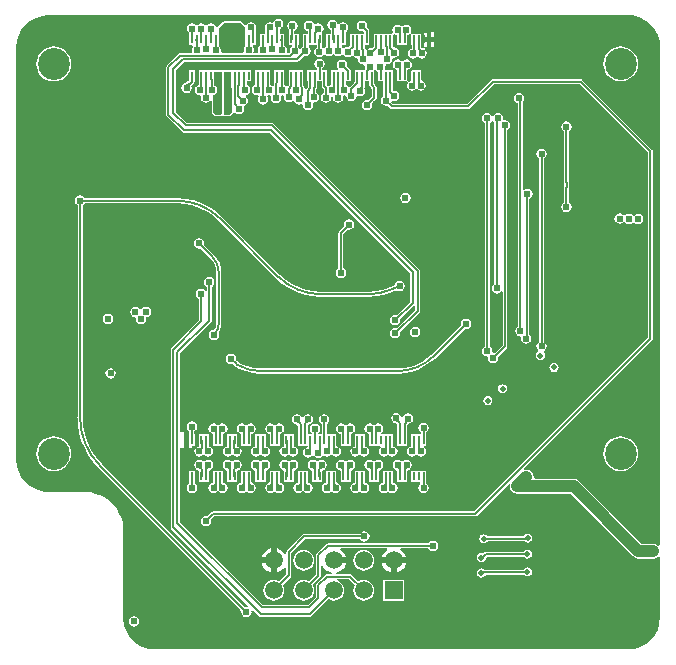
<source format=gbl>
G04*
G04 #@! TF.GenerationSoftware,Altium Limited,Altium Designer,24.4.1 (13)*
G04*
G04 Layer_Physical_Order=4*
G04 Layer_Color=16711680*
%FSLAX44Y44*%
%MOMM*%
G71*
G04*
G04 #@! TF.SameCoordinates,04CD6EF2-C197-4A20-A1F8-E206C623F04C*
G04*
G04*
G04 #@! TF.FilePolarity,Positive*
G04*
G01*
G75*
%ADD19C,0.1524*%
%ADD44R,0.2000X0.7000*%
%ADD81C,0.1690*%
%ADD82C,0.2032*%
%ADD83C,0.1271*%
%ADD87C,2.7000*%
%ADD88C,1.5000*%
%ADD89R,1.5000X1.5000*%
%ADD90C,0.6100*%
%ADD91C,0.6096*%
%ADD92C,0.5080*%
%ADD93C,0.6000*%
%ADD94R,0.3000X0.7000*%
%ADD95C,1.0000*%
G36*
X197000Y395950D02*
Y380189D01*
X196887Y380113D01*
X195933Y378685D01*
X195597Y377000D01*
X195839Y375788D01*
X194122Y374072D01*
X192184D01*
X191782Y373992D01*
X188218D01*
X187816Y374072D01*
X187816Y374072D01*
X182184D01*
X181782Y373992D01*
X178370D01*
X176230Y376132D01*
X176403Y377000D01*
X176068Y378685D01*
X175113Y380113D01*
X174570Y380476D01*
Y395826D01*
X175000D01*
X179124Y399950D01*
X193000D01*
X197000Y395950D01*
D02*
G37*
G36*
X532091Y404022D02*
X536744Y401536D01*
X540824Y398187D01*
X544172Y394107D01*
X546636Y389498D01*
X547941Y384599D01*
Y-42246D01*
X546671Y-42746D01*
X544946Y-41594D01*
X542500Y-41107D01*
X532648D01*
X479520Y12020D01*
X477446Y13406D01*
X475000Y13893D01*
X442174D01*
X441368Y14875D01*
X441393Y15000D01*
X440906Y17446D01*
X439520Y19520D01*
X437446Y20906D01*
X435000Y21393D01*
X433425Y21080D01*
X432800Y22250D01*
X541525Y130975D01*
X541992Y131675D01*
X542156Y132500D01*
Y291000D01*
X541992Y291825D01*
X541525Y292525D01*
X482525Y351525D01*
X481825Y351992D01*
X481000Y352156D01*
X407000D01*
X406175Y351992D01*
X405475Y351525D01*
X385107Y331156D01*
X321893D01*
X320949Y332100D01*
X320858Y332463D01*
X321177Y333669D01*
X321625Y333871D01*
X323000Y333597D01*
X324685Y333933D01*
X326113Y334887D01*
X327067Y336315D01*
X327403Y338000D01*
X327067Y339685D01*
X326113Y341113D01*
X324685Y342067D01*
X323000Y342403D01*
X322072Y343164D01*
Y350180D01*
X322270D01*
Y359720D01*
X316065D01*
X315302Y360990D01*
X315552Y362247D01*
X315274Y363646D01*
X315827Y364448D01*
X316193Y364758D01*
X317000Y364597D01*
X318685Y364933D01*
X320113Y365887D01*
X321068Y367315D01*
X321403Y369000D01*
X321343Y369300D01*
X322423Y370380D01*
X323088Y370247D01*
X324773Y370583D01*
X326201Y371537D01*
X327155Y372965D01*
X327491Y374650D01*
X327155Y376335D01*
X326201Y377763D01*
X324773Y378717D01*
X323088Y379053D01*
X322387Y379758D01*
X322270Y380980D01*
X322270D01*
Y389466D01*
X323540Y390145D01*
X324315Y389627D01*
X325730Y389345D01*
Y380980D01*
X334270D01*
Y389471D01*
X335055Y389627D01*
X336344Y390488D01*
X336483Y390581D01*
X336497Y390586D01*
X337730Y390161D01*
X337730Y389349D01*
Y380980D01*
X338145D01*
Y378232D01*
X337315Y378067D01*
X335887Y377113D01*
X334933Y375685D01*
X334597Y374000D01*
X334933Y372315D01*
X335887Y370887D01*
X337315Y369933D01*
X339000Y369597D01*
X340685Y369933D01*
X341848Y370710D01*
X342685Y370815D01*
X343522Y370710D01*
X344685Y369933D01*
X346370Y369597D01*
X348055Y369933D01*
X349483Y370887D01*
X350438Y372315D01*
X350773Y374000D01*
X350438Y375685D01*
X349483Y377113D01*
X349196Y377305D01*
X348908Y379025D01*
X349079Y379250D01*
X349275Y379250D01*
X350552D01*
Y383750D01*
X348052D01*
Y380392D01*
X348052Y379363D01*
X347721Y378379D01*
X347001Y378277D01*
X347001Y378277D01*
X346096Y379035D01*
X345855Y379595D01*
Y380980D01*
X346270D01*
Y390520D01*
X338884D01*
X337970Y390520D01*
X337123Y391539D01*
X337438Y392010D01*
X337773Y393694D01*
X337438Y395379D01*
X336483Y396807D01*
X335055Y397762D01*
X333370Y398097D01*
X331685Y397762D01*
X330522Y396985D01*
X329685Y396879D01*
X328848Y396985D01*
X327685Y397762D01*
X326000Y398097D01*
X324315Y397762D01*
X322887Y396807D01*
X321933Y395379D01*
X321597Y393694D01*
X321933Y392010D01*
X322079Y391790D01*
X321400Y390520D01*
X305730D01*
Y380980D01*
X305928D01*
Y379395D01*
X304614Y378082D01*
X303000Y378403D01*
X301315Y378067D01*
X300014Y377198D01*
X299570Y377243D01*
X298689Y377606D01*
X298586Y378121D01*
X298137Y378793D01*
X298072Y378858D01*
Y380980D01*
X302270D01*
Y390520D01*
X302072D01*
Y393000D01*
X301914Y393793D01*
X301465Y394465D01*
X301465Y394465D01*
X300158Y395772D01*
X300403Y397000D01*
X300067Y398685D01*
X299113Y400113D01*
X297685Y401067D01*
X296000Y401403D01*
X294315Y401067D01*
X292887Y400113D01*
X291933Y398685D01*
X291597Y397000D01*
X291933Y395315D01*
X292887Y393887D01*
X294315Y392933D01*
X296000Y392597D01*
X296923Y392781D01*
X297928Y391898D01*
Y390520D01*
X285730D01*
Y380980D01*
X285730Y380980D01*
X285730D01*
X285730Y380980D01*
X285326Y379877D01*
X284710Y379261D01*
X284000Y379403D01*
X282315Y379067D01*
X281098Y378254D01*
X280856Y378120D01*
X279570Y378429D01*
X279113Y379113D01*
X279051Y379155D01*
X278899Y380771D01*
X279104Y380980D01*
X282270D01*
Y390520D01*
X282072D01*
Y391884D01*
X282040Y392044D01*
Y392159D01*
X283081Y392855D01*
X284035Y394283D01*
X284371Y395968D01*
X284035Y397653D01*
X283081Y399081D01*
X281653Y400035D01*
X279968Y400371D01*
X278283Y400035D01*
X276855Y399081D01*
X276568Y398652D01*
X275220Y398920D01*
X275067Y399685D01*
X274113Y401113D01*
X272685Y402067D01*
X271000Y402403D01*
X269315Y402067D01*
X267887Y401113D01*
X266933Y399685D01*
X266597Y398000D01*
X266933Y396315D01*
X267887Y394887D01*
X269315Y393932D01*
X269690Y393858D01*
Y390520D01*
X265730D01*
Y380980D01*
X265730D01*
X265799Y380910D01*
X265718Y379669D01*
X264887Y379113D01*
X264422Y378417D01*
X262894D01*
X262875Y378445D01*
X261834Y379141D01*
Y380980D01*
X262270D01*
Y390520D01*
X262270D01*
X261968Y391790D01*
X262113Y391887D01*
X263067Y393315D01*
X263403Y395000D01*
X263067Y396685D01*
X262113Y398113D01*
X260685Y399067D01*
X259000Y399403D01*
X257315Y399067D01*
X256407Y398461D01*
X255211Y398661D01*
X254933Y398887D01*
X254113Y400113D01*
X252685Y401067D01*
X251000Y401403D01*
X249315Y401067D01*
X247887Y400113D01*
X246933Y398685D01*
X246597Y397000D01*
X246933Y395315D01*
X247887Y393887D01*
X249315Y392933D01*
X249928Y392811D01*
Y390520D01*
X245730D01*
Y380980D01*
X245730D01*
X245799Y380910D01*
X245718Y379669D01*
X244887Y379113D01*
X244206Y378093D01*
X244131Y378067D01*
X242869D01*
X242794Y378093D01*
X242113Y379113D01*
X242072Y379141D01*
Y380980D01*
X242270D01*
Y390520D01*
X238310D01*
Y392858D01*
X238685Y392933D01*
X240113Y393887D01*
X241068Y395315D01*
X241403Y397000D01*
X241068Y398685D01*
X240113Y400113D01*
X238685Y401067D01*
X237000Y401403D01*
X235315Y401067D01*
X233887Y400113D01*
X232933Y398685D01*
X232597Y397000D01*
X232933Y395315D01*
X233887Y393887D01*
X234166Y393700D01*
Y390520D01*
X233730D01*
Y380980D01*
X236395D01*
X236780Y379710D01*
X235887Y379113D01*
X234933Y377685D01*
X234597Y376000D01*
X234781Y375077D01*
X233941Y374120D01*
X232689Y374160D01*
X232029Y375112D01*
X232073Y375342D01*
X232403Y377000D01*
X232068Y378685D01*
X231113Y380113D01*
X230270Y380980D01*
Y390520D01*
X226310D01*
Y394858D01*
X226685Y394933D01*
X228113Y395887D01*
X229067Y397315D01*
X229403Y399000D01*
X229067Y400685D01*
X228113Y402113D01*
X226685Y403067D01*
X225000Y403403D01*
X223315Y403067D01*
X221887Y402113D01*
X220933Y400685D01*
X220901Y400525D01*
X219727Y400039D01*
X219685Y400067D01*
X218000Y400403D01*
X216315Y400067D01*
X214887Y399113D01*
X213932Y397685D01*
X213597Y396000D01*
X213932Y394315D01*
X213978Y394248D01*
X213928Y394000D01*
X213928Y394000D01*
Y390520D01*
X209730D01*
Y380980D01*
X208887Y380113D01*
X207933Y378685D01*
X207597Y377000D01*
X207927Y375342D01*
X207971Y375112D01*
X207250Y374072D01*
X204750D01*
X204029Y375112D01*
X204073Y375342D01*
X204403Y377000D01*
X204067Y378685D01*
X203382Y379710D01*
X203914Y380947D01*
X203945Y380980D01*
X206270D01*
Y390520D01*
X206072D01*
Y394000D01*
X206072Y394000D01*
X206022Y394248D01*
X206068Y394315D01*
X206403Y396000D01*
X206068Y397685D01*
X205113Y399113D01*
X203685Y400067D01*
X202000Y400403D01*
X200315Y400067D01*
X198887Y399113D01*
X198362Y398328D01*
X196815Y398079D01*
X193972Y400922D01*
X193000Y401324D01*
X193000Y401324D01*
X179124D01*
X179124Y401324D01*
X178152Y400922D01*
X178152Y400922D01*
X174332Y397102D01*
X173598Y396798D01*
X173424Y396377D01*
X172103Y396507D01*
X172067Y396685D01*
X171113Y398113D01*
X169685Y399067D01*
X168000Y399403D01*
X166315Y399067D01*
X164887Y398113D01*
X164635Y397736D01*
X163365D01*
X163113Y398113D01*
X161685Y399067D01*
X160000Y399403D01*
X158315Y399067D01*
X156887Y398113D01*
X156635Y397736D01*
X155365D01*
X155113Y398113D01*
X153685Y399067D01*
X152000Y399403D01*
X150315Y399067D01*
X148887Y398113D01*
X147933Y396685D01*
X147597Y395000D01*
X147933Y393315D01*
X148887Y391887D01*
X149264Y391635D01*
X149730Y390520D01*
X149730Y390520D01*
X149730Y390520D01*
Y380980D01*
X152077D01*
X152158Y380890D01*
X152640Y379710D01*
X151933Y378652D01*
X151598Y376967D01*
X151921Y375342D01*
X151936Y375118D01*
X151280Y374072D01*
X142000D01*
X141207Y373914D01*
X140535Y373465D01*
X140535Y373465D01*
X130535Y363465D01*
X130086Y362793D01*
X129928Y362000D01*
X129928Y362000D01*
Y322000D01*
X129928Y322000D01*
X130086Y321207D01*
X130535Y320535D01*
X143535Y307535D01*
X144207Y307086D01*
X145000Y306928D01*
X145000Y306928D01*
X218142D01*
X336928Y188142D01*
Y163858D01*
X325228Y152158D01*
X324000Y152403D01*
X322315Y152067D01*
X320887Y151113D01*
X319933Y149685D01*
X319597Y148000D01*
X319933Y146315D01*
X320887Y144887D01*
X322315Y143933D01*
X324000Y143597D01*
X325685Y143933D01*
X327113Y144887D01*
X328068Y146315D01*
X328403Y148000D01*
X328158Y149228D01*
X339658Y160728D01*
X340928Y160202D01*
Y156858D01*
X325228Y141158D01*
X324000Y141403D01*
X322315Y141067D01*
X320887Y140113D01*
X319933Y138685D01*
X319597Y137000D01*
X319933Y135315D01*
X320887Y133887D01*
X322315Y132933D01*
X324000Y132597D01*
X325685Y132933D01*
X327113Y133887D01*
X328068Y135315D01*
X328403Y137000D01*
X328158Y138228D01*
X344465Y154535D01*
X344465Y154535D01*
X344914Y155207D01*
X345072Y156000D01*
X345072Y156000D01*
Y190000D01*
X345072Y190000D01*
X344914Y190793D01*
X344465Y191465D01*
X221465Y314465D01*
X220793Y314914D01*
X220000Y315072D01*
X220000Y315072D01*
X147548D01*
X138072Y324548D01*
Y360142D01*
X144858Y366928D01*
X241000D01*
X241000Y366928D01*
X241793Y367086D01*
X242465Y367535D01*
X246772Y371842D01*
X248000Y371597D01*
X249685Y371933D01*
X251113Y372887D01*
X252068Y374315D01*
X252403Y376000D01*
X252068Y377685D01*
X251113Y379113D01*
X251051Y379155D01*
X250899Y380771D01*
X251104Y380980D01*
X257690D01*
Y379141D01*
X256649Y378445D01*
X255695Y377017D01*
X255359Y375332D01*
X255695Y373647D01*
X256649Y372219D01*
X258077Y371265D01*
X259762Y370930D01*
X261447Y371265D01*
X262875Y372219D01*
X263340Y372915D01*
X264868D01*
X264887Y372887D01*
X266315Y371933D01*
X268000Y371597D01*
X269685Y371933D01*
X271113Y372887D01*
X271365Y373264D01*
X272635D01*
X272887Y372887D01*
X274315Y371933D01*
X276000Y371597D01*
X277685Y371933D01*
X278902Y372746D01*
X279144Y372879D01*
X280430Y372571D01*
X280887Y371887D01*
X282315Y370933D01*
X284000Y370597D01*
X285685Y370933D01*
X287056Y371849D01*
X288337Y371750D01*
X288479Y371537D01*
X289907Y370583D01*
X291225Y370320D01*
X292295Y369191D01*
X292269Y369062D01*
X292605Y367377D01*
X293559Y365949D01*
X294987Y364995D01*
X296672Y364660D01*
X297176Y364760D01*
X298236Y363676D01*
X298060Y362787D01*
X298395Y361101D01*
X298555Y360862D01*
X297986Y359720D01*
X289730D01*
Y350180D01*
X289200Y349130D01*
X285866Y345796D01*
X284675Y345749D01*
X284284Y345878D01*
X284193Y346013D01*
X282765Y346968D01*
X282072Y347105D01*
Y350180D01*
X286270D01*
Y359720D01*
X285928D01*
X285914Y359793D01*
X285465Y360465D01*
X285465Y360465D01*
X283158Y362772D01*
X283403Y364000D01*
X283067Y365685D01*
X282113Y367113D01*
X280685Y368068D01*
X279000Y368403D01*
X277315Y368068D01*
X275887Y367113D01*
X274932Y365685D01*
X274597Y364000D01*
X274932Y362315D01*
X275818Y360990D01*
X275699Y360481D01*
X275347Y359720D01*
X269730D01*
Y350180D01*
X269928D01*
Y347105D01*
X269235Y346968D01*
X268531Y346497D01*
X267535Y346173D01*
X266709Y346656D01*
X266072Y347293D01*
Y350180D01*
X266270D01*
Y359720D01*
X262072D01*
Y361189D01*
X263114Y361885D01*
X264069Y363314D01*
X264405Y365000D01*
X264069Y366686D01*
X263114Y368115D01*
X261686Y369069D01*
X260000Y369405D01*
X258314Y369069D01*
X256886Y368115D01*
X255931Y366686D01*
X255595Y365000D01*
X255931Y363314D01*
X256886Y361885D01*
X257928Y361189D01*
Y359720D01*
X249730D01*
Y350180D01*
X249928D01*
Y345358D01*
X248535Y343965D01*
X248452Y343840D01*
X247182Y344226D01*
Y345004D01*
X247182Y345004D01*
X247024Y345797D01*
X246575Y346469D01*
X246575Y346469D01*
X246072Y346973D01*
Y350180D01*
X246270D01*
Y359720D01*
X233730D01*
Y350180D01*
X233928D01*
Y347024D01*
X233025Y346133D01*
X231491Y346170D01*
X231425Y346267D01*
X230072Y347172D01*
Y350180D01*
X230270D01*
Y359720D01*
X221730D01*
Y352064D01*
X221358Y346517D01*
X220061Y346161D01*
X218855Y346968D01*
X218072Y347123D01*
Y350180D01*
X218270D01*
Y359720D01*
X205730D01*
Y354912D01*
X205690Y354712D01*
X205690Y354712D01*
Y347040D01*
X205325Y346968D01*
X203897Y346013D01*
X202943Y344585D01*
X202607Y342900D01*
X202943Y341215D01*
X203897Y339787D01*
X205325Y338833D01*
X207010Y338498D01*
X207709Y338637D01*
X208473Y337494D01*
X207933Y336685D01*
X207597Y335000D01*
X207933Y333315D01*
X208887Y331887D01*
X210315Y330933D01*
X212000Y330597D01*
X213685Y330933D01*
X215113Y331887D01*
X216068Y333315D01*
X216403Y335000D01*
X216068Y336685D01*
X215499Y337535D01*
X216263Y338678D01*
X217170Y338498D01*
X218067Y338676D01*
X218566Y338105D01*
X218905Y337548D01*
X218597Y336000D01*
X218933Y334315D01*
X219887Y332887D01*
X221315Y331932D01*
X223000Y331597D01*
X224685Y331932D01*
X226113Y332887D01*
X227068Y334315D01*
X227403Y336000D01*
X227134Y337352D01*
X227864Y338355D01*
X228010Y338479D01*
X228861Y338531D01*
X229718Y337606D01*
X229597Y337000D01*
X229932Y335315D01*
X230887Y333887D01*
X232315Y332933D01*
X234000Y332597D01*
X235685Y332933D01*
X237113Y333887D01*
X238393Y333516D01*
X238433Y333315D01*
X239387Y331887D01*
X240815Y330933D01*
X242500Y330597D01*
X244185Y330933D01*
X244532Y331165D01*
X245675Y330401D01*
X245595Y330000D01*
X245931Y328314D01*
X246886Y326885D01*
X248314Y325931D01*
X250000Y325595D01*
X251686Y325931D01*
X253114Y326885D01*
X254069Y328314D01*
X254405Y330000D01*
X254146Y331302D01*
X254804Y332189D01*
X255117Y332404D01*
X255270Y332373D01*
X256955Y332708D01*
X258383Y333663D01*
X259337Y335091D01*
X259673Y336776D01*
X259337Y338461D01*
X258383Y339889D01*
X257342Y340585D01*
X257342Y344104D01*
X257419Y344291D01*
X257465Y344337D01*
X257465Y344337D01*
X257914Y345009D01*
X258072Y345802D01*
X258072Y345802D01*
Y350180D01*
X261928D01*
Y346435D01*
X261928Y346434D01*
X262086Y345642D01*
X262535Y344969D01*
X263739Y343765D01*
Y340614D01*
X262317Y339663D01*
X261362Y338235D01*
X261027Y336550D01*
X261362Y334865D01*
X262317Y333437D01*
X263745Y332483D01*
X265430Y332148D01*
X267115Y332483D01*
X268543Y333437D01*
X269497Y334865D01*
X269799Y336382D01*
X269954Y336645D01*
X270954Y337425D01*
X271313Y337344D01*
X271334Y337285D01*
X271187Y336550D01*
X271523Y334865D01*
X272477Y333437D01*
X273905Y332483D01*
X275590Y332148D01*
X277275Y332483D01*
X278703Y333437D01*
X279657Y334865D01*
X279993Y336550D01*
X279813Y337455D01*
X280865Y338540D01*
X281080Y338498D01*
X281517Y338585D01*
X282692Y337523D01*
X282933Y336315D01*
X283887Y334887D01*
X285315Y333933D01*
X287000Y333597D01*
X288685Y333933D01*
X290113Y334887D01*
X291068Y336315D01*
X291230Y337131D01*
X292285Y337910D01*
X292575Y337881D01*
X294000Y337597D01*
X295685Y337933D01*
X297113Y338887D01*
X298067Y340315D01*
X298403Y342000D01*
X298067Y343685D01*
X297757Y344150D01*
X297914Y344386D01*
X298072Y345179D01*
X298072Y345179D01*
Y350180D01*
X301928D01*
Y347485D01*
X301928Y347484D01*
X302086Y346692D01*
X302535Y346019D01*
X303741Y344814D01*
X303741Y344813D01*
X304408Y344146D01*
Y337338D01*
X301228Y334158D01*
X300000Y334403D01*
X298315Y334067D01*
X296887Y333113D01*
X295933Y331685D01*
X295597Y330000D01*
X295933Y328315D01*
X296887Y326887D01*
X298315Y325933D01*
X300000Y325597D01*
X301685Y325933D01*
X303113Y326887D01*
X304067Y328315D01*
X304403Y330000D01*
X304158Y331228D01*
X307945Y335015D01*
X307945Y335015D01*
X308394Y335687D01*
X308552Y336480D01*
X308552Y336480D01*
Y345004D01*
X308552Y345004D01*
X308394Y345797D01*
X307945Y346469D01*
X306671Y347743D01*
X306671Y347743D01*
X306671Y347743D01*
X306072Y348343D01*
Y350180D01*
X306270D01*
Y359492D01*
X307319Y360106D01*
X307391Y360099D01*
X308036Y359134D01*
X309465Y358180D01*
X309690Y358135D01*
Y355188D01*
X309690Y355188D01*
X309730Y354988D01*
Y350180D01*
X313843D01*
Y337752D01*
X312887Y337113D01*
X311933Y335685D01*
X311597Y334000D01*
X311933Y332315D01*
X312887Y330887D01*
X314315Y329933D01*
X316000Y329597D01*
X317129Y329822D01*
X319475Y327475D01*
X320175Y327008D01*
X321000Y326844D01*
X386000D01*
X386825Y327008D01*
X387525Y327475D01*
X407893Y347844D01*
X480107D01*
X537844Y290107D01*
Y133393D01*
X390607Y-13844D01*
X170000D01*
X169175Y-14008D01*
X168475Y-14475D01*
X165128Y-17822D01*
X164000Y-17597D01*
X162315Y-17933D01*
X160887Y-18887D01*
X159932Y-20315D01*
X159597Y-22000D01*
X159932Y-23685D01*
X160887Y-25113D01*
X162315Y-26068D01*
X164000Y-26403D01*
X165685Y-26068D01*
X167113Y-25113D01*
X168067Y-23685D01*
X168403Y-22000D01*
X168178Y-20872D01*
X170893Y-18156D01*
X391500D01*
X392325Y-17992D01*
X393025Y-17525D01*
X420250Y9700D01*
X421420Y9075D01*
X421107Y7500D01*
X421594Y5054D01*
X422980Y2980D01*
X425054Y1594D01*
X427500Y1107D01*
X472352D01*
X525480Y-52020D01*
X527554Y-53406D01*
X530000Y-53893D01*
X542500D01*
X544946Y-53406D01*
X546671Y-52254D01*
X547941Y-52754D01*
Y-102929D01*
X547662Y-108934D01*
X546153Y-113909D01*
X543664Y-118564D01*
X540316Y-122644D01*
X536235Y-125993D01*
X531580Y-128481D01*
X526529Y-130013D01*
X521824Y-130477D01*
X521276Y-130368D01*
X115170D01*
X110045Y-128813D01*
X105718Y-126501D01*
X101638Y-123152D01*
X98289Y-119072D01*
X95801Y-114417D01*
X94645Y-110606D01*
X93991Y-103962D01*
Y-30305D01*
X93966Y-30180D01*
X93980Y-30054D01*
X93500Y-24201D01*
X93410Y-23888D01*
X93378Y-23564D01*
X91671Y-17936D01*
X91529Y-17670D01*
X91442Y-17382D01*
X88669Y-12195D01*
X88478Y-11962D01*
X88336Y-11697D01*
X84606Y-7151D01*
X84373Y-6959D01*
X84181Y-6727D01*
X79635Y-2996D01*
X79370Y-2854D01*
X79137Y-2663D01*
X73950Y109D01*
X73662Y197D01*
X73396Y339D01*
X67769Y2046D01*
X67469Y2076D01*
X67181Y2163D01*
X61328Y2740D01*
X61179Y2725D01*
X61032Y2754D01*
X26769Y2804D01*
X25312Y3404D01*
X25166Y3433D01*
X25035Y3503D01*
X19696Y5123D01*
X15040Y7611D01*
X10960Y10960D01*
X7612Y15040D01*
X5123Y19696D01*
X3591Y24746D01*
X3059Y30150D01*
Y378853D01*
X3592Y384404D01*
X5123Y389451D01*
X7612Y394107D01*
X10960Y398187D01*
X15040Y401536D01*
X19696Y404024D01*
X24747Y405556D01*
X30150Y406089D01*
X525221D01*
X532091Y404022D01*
D02*
G37*
%LPC*%
G36*
X357052Y392250D02*
X354552D01*
Y387750D01*
X357052D01*
Y392250D01*
D02*
G37*
G36*
X350552D02*
X348052D01*
Y387750D01*
X350552D01*
Y392250D01*
D02*
G37*
G36*
X357052Y383750D02*
X354552D01*
Y379250D01*
X357052D01*
Y383750D01*
D02*
G37*
G36*
X333773Y368865D02*
X332088Y368530D01*
X330925Y367752D01*
X330088Y367647D01*
X329250Y367752D01*
X328088Y368530D01*
X326403Y368865D01*
X324718Y368530D01*
X323289Y367575D01*
X322335Y366147D01*
X322000Y364462D01*
X322335Y362777D01*
X323289Y361349D01*
X324718Y360395D01*
X324738Y360391D01*
X325730Y359720D01*
Y350180D01*
X333160D01*
X333802Y350180D01*
X334561Y349031D01*
X334160Y348429D01*
X333824Y346744D01*
X334160Y345060D01*
X335114Y343631D01*
X336542Y342677D01*
X338227Y342342D01*
X339912Y342677D01*
X341075Y343454D01*
X341912Y343559D01*
X342749Y343454D01*
X343912Y342677D01*
X345597Y342342D01*
X347282Y342677D01*
X348710Y343631D01*
X349664Y345060D01*
X350000Y346744D01*
X349664Y348429D01*
X348710Y349858D01*
X347282Y350812D01*
X346270Y351013D01*
Y359720D01*
X344855D01*
X344743Y359795D01*
X344000Y359943D01*
X343256Y359795D01*
X343144Y359720D01*
X337730D01*
Y351048D01*
X336542Y350812D01*
X335518Y350128D01*
X334270Y350706D01*
X334270Y351256D01*
Y359720D01*
X335275Y360358D01*
X335457Y360395D01*
X336886Y361349D01*
X337840Y362777D01*
X338175Y364462D01*
X337840Y366147D01*
X336886Y367575D01*
X335457Y368530D01*
X333773Y368865D01*
D02*
G37*
G36*
X185058Y359769D02*
X178921D01*
X178803Y359720D01*
X177664D01*
X177546Y359769D01*
X170942D01*
X170824Y359720D01*
X157730D01*
Y350180D01*
X157928D01*
Y347139D01*
X157065Y346968D01*
X155637Y346013D01*
X154683Y344585D01*
X154347Y342900D01*
X154683Y341215D01*
X155637Y339787D01*
X157065Y338833D01*
X158623Y338523D01*
X158756Y338489D01*
X159590Y337370D01*
X159427Y336550D01*
X159762Y334865D01*
X160717Y333437D01*
X162145Y332483D01*
X163830Y332148D01*
X165515Y332483D01*
X166943Y333437D01*
X167281Y333943D01*
X168551Y333558D01*
Y324104D01*
X168954Y323132D01*
X170986Y321100D01*
X171958Y320697D01*
X171958Y320697D01*
X176276D01*
X176276Y320697D01*
X177248Y321100D01*
X178421Y321431D01*
X178752Y321100D01*
X179724Y320697D01*
X179724Y320697D01*
X184042D01*
X185014Y321100D01*
X187046Y323132D01*
X187358Y323885D01*
X188111Y324120D01*
X188719Y324135D01*
X188885Y323885D01*
X190314Y322931D01*
X192000Y322595D01*
X193686Y322931D01*
X195114Y323885D01*
X196069Y325314D01*
X196405Y327000D01*
X196102Y328520D01*
X196158Y329006D01*
X196454Y329719D01*
X196740Y329967D01*
X198114Y330886D01*
X199069Y332314D01*
X199405Y334000D01*
X199069Y335686D01*
X198114Y337114D01*
X197723Y337376D01*
X197991Y338725D01*
X198535Y338833D01*
X199963Y339787D01*
X200917Y341215D01*
X201252Y342900D01*
X200917Y344585D01*
X199963Y346013D01*
X198535Y346968D01*
X198310Y347012D01*
Y350180D01*
X202270D01*
Y359720D01*
X185176D01*
X185058Y359769D01*
D02*
G37*
G36*
X154270Y359720D02*
X149730D01*
Y354912D01*
X149690Y354712D01*
X149730Y354512D01*
Y350526D01*
X149510Y350306D01*
X148279D01*
X148279Y350306D01*
X147486Y350148D01*
X146814Y349699D01*
X146813Y349699D01*
X146013Y348899D01*
X145940Y348789D01*
X145794Y348760D01*
X144365Y347806D01*
X143411Y346377D01*
X143076Y344693D01*
X143411Y343008D01*
X144365Y341580D01*
X145794Y340625D01*
X147479Y340290D01*
X149163Y340625D01*
X150592Y341580D01*
X151546Y343008D01*
X151881Y344693D01*
X151546Y346377D01*
X151592Y346608D01*
X151833Y346769D01*
X153465Y348401D01*
X153465Y348401D01*
X153886Y349031D01*
X153906Y349061D01*
X153906Y349061D01*
X153914Y349073D01*
X154270Y350180D01*
X154270Y350180D01*
Y359720D01*
D02*
G37*
G36*
X515000Y379877D02*
X512105Y379592D01*
X509321Y378747D01*
X506755Y377376D01*
X504506Y375530D01*
X502660Y373281D01*
X501288Y370715D01*
X500444Y367931D01*
X500159Y365036D01*
X500444Y362140D01*
X501288Y359356D01*
X502660Y356790D01*
X504506Y354541D01*
X506755Y352696D01*
X509321Y351324D01*
X512105Y350480D01*
X515000Y350194D01*
X517896Y350480D01*
X520680Y351324D01*
X523246Y352696D01*
X525495Y354541D01*
X527340Y356790D01*
X528712Y359356D01*
X529557Y362140D01*
X529842Y365036D01*
X529557Y367931D01*
X528712Y370715D01*
X527340Y373281D01*
X525495Y375530D01*
X523246Y377376D01*
X520680Y378747D01*
X517896Y379592D01*
X515000Y379877D01*
D02*
G37*
G36*
X35000Y379841D02*
X32105Y379556D01*
X29320Y378711D01*
X26755Y377340D01*
X24506Y375494D01*
X22660Y373245D01*
X21288Y370679D01*
X20444Y367895D01*
X20159Y365000D01*
X20444Y362104D01*
X21288Y359320D01*
X22660Y356754D01*
X24506Y354505D01*
X26755Y352659D01*
X29320Y351288D01*
X32105Y350443D01*
X35000Y350158D01*
X37896Y350443D01*
X40680Y351288D01*
X43246Y352659D01*
X45495Y354505D01*
X47340Y356754D01*
X48712Y359320D01*
X49556Y362104D01*
X49842Y365000D01*
X49556Y367895D01*
X48712Y370679D01*
X47340Y373245D01*
X45495Y375494D01*
X43246Y377340D01*
X40680Y378711D01*
X37896Y379556D01*
X35000Y379841D01*
D02*
G37*
G36*
X411000Y323403D02*
X409315Y323068D01*
X407887Y322113D01*
X407206Y321093D01*
X407131Y321067D01*
X405869D01*
X405794Y321093D01*
X405113Y322113D01*
X403685Y323068D01*
X402000Y323403D01*
X400315Y323068D01*
X398887Y322113D01*
X397933Y320685D01*
X397597Y319000D01*
X397933Y317315D01*
X398887Y315887D01*
X399928Y315191D01*
Y303583D01*
Y125809D01*
X398887Y125113D01*
X397933Y123685D01*
X397597Y122000D01*
X397933Y120315D01*
X398887Y118887D01*
X400315Y117933D01*
X402000Y117597D01*
X402685Y116439D01*
X402597Y116000D01*
X402933Y114315D01*
X403887Y112887D01*
X405315Y111932D01*
X407000Y111597D01*
X408685Y111932D01*
X410113Y112887D01*
X411068Y114315D01*
X411403Y116000D01*
X411158Y117228D01*
X418465Y124535D01*
X418465Y124535D01*
X418914Y125207D01*
X419072Y126000D01*
Y309191D01*
X420113Y309887D01*
X421068Y311315D01*
X421403Y313000D01*
X421068Y314685D01*
X420113Y316113D01*
X418685Y317068D01*
X417000Y317403D01*
X416354Y317274D01*
X415274Y318354D01*
X415403Y319000D01*
X415067Y320685D01*
X414113Y322113D01*
X412685Y323068D01*
X411000Y323403D01*
D02*
G37*
G36*
X332740Y255863D02*
X331055Y255528D01*
X329627Y254573D01*
X328672Y253145D01*
X328337Y251460D01*
X328672Y249775D01*
X329627Y248347D01*
X331055Y247393D01*
X332740Y247058D01*
X334425Y247393D01*
X335853Y248347D01*
X336807Y249775D01*
X337142Y251460D01*
X336807Y253145D01*
X335853Y254573D01*
X334425Y255528D01*
X332740Y255863D01*
D02*
G37*
G36*
X469000Y316403D02*
X467315Y316068D01*
X465887Y315113D01*
X464933Y313685D01*
X464597Y312000D01*
X464933Y310315D01*
X465887Y308887D01*
X466928Y308191D01*
Y265184D01*
X466928Y265184D01*
X467008Y264782D01*
Y261218D01*
X466928Y260816D01*
X466928Y260816D01*
Y247809D01*
X465887Y247113D01*
X464933Y245685D01*
X464597Y244000D01*
X464933Y242315D01*
X465887Y240887D01*
X467315Y239932D01*
X469000Y239597D01*
X470685Y239932D01*
X472113Y240887D01*
X473068Y242315D01*
X473403Y244000D01*
X473068Y245685D01*
X472113Y247113D01*
X471072Y247809D01*
Y260494D01*
X471152Y260896D01*
X471152Y260896D01*
Y265104D01*
X471152Y265104D01*
X471072Y265506D01*
Y308191D01*
X472113Y308887D01*
X473068Y310315D01*
X473403Y312000D01*
X473068Y313685D01*
X472113Y315113D01*
X470685Y316068D01*
X469000Y316403D01*
D02*
G37*
G36*
X514000Y238403D02*
X512315Y238067D01*
X510887Y237113D01*
X509933Y235685D01*
X509597Y234000D01*
X509933Y232315D01*
X510887Y230887D01*
X512315Y229932D01*
X514000Y229597D01*
X515685Y229932D01*
X517113Y230887D01*
X517170Y230973D01*
X518698D01*
X518969Y230567D01*
X520397Y229613D01*
X522082Y229277D01*
X523767Y229613D01*
X525195Y230567D01*
X525328Y230766D01*
X526598D01*
X526731Y230567D01*
X528159Y229613D01*
X529844Y229277D01*
X531529Y229613D01*
X532957Y230567D01*
X533912Y231995D01*
X534247Y233680D01*
X533912Y235365D01*
X532957Y236793D01*
X531529Y237747D01*
X529844Y238083D01*
X528159Y237747D01*
X526731Y236793D01*
X526598Y236594D01*
X525328D01*
X525195Y236793D01*
X523767Y237747D01*
X522082Y238083D01*
X520397Y237747D01*
X518969Y236793D01*
X518912Y236707D01*
X517384D01*
X517113Y237113D01*
X515685Y238067D01*
X514000Y238403D01*
D02*
G37*
G36*
X285000Y233403D02*
X283315Y233067D01*
X281887Y232113D01*
X280933Y230685D01*
X280597Y229000D01*
X280842Y227772D01*
X276535Y223465D01*
X276086Y222793D01*
X275928Y222000D01*
X275928Y222000D01*
Y191809D01*
X274887Y191113D01*
X273932Y189685D01*
X273597Y188000D01*
X273932Y186315D01*
X274887Y184887D01*
X276315Y183933D01*
X278000Y183597D01*
X279685Y183933D01*
X281113Y184887D01*
X282068Y186315D01*
X282403Y188000D01*
X282068Y189685D01*
X281113Y191113D01*
X280072Y191809D01*
Y221142D01*
X283772Y224842D01*
X285000Y224597D01*
X286685Y224932D01*
X288113Y225887D01*
X289067Y227315D01*
X289403Y229000D01*
X289067Y230685D01*
X288113Y232113D01*
X286685Y233067D01*
X285000Y233403D01*
D02*
G37*
G36*
X57239Y253642D02*
X55554Y253307D01*
X54126Y252352D01*
X53172Y250924D01*
X52836Y249239D01*
X53172Y247554D01*
X54126Y246126D01*
X55083Y245487D01*
Y66967D01*
X55030Y65719D01*
X55030Y65717D01*
X55099Y64478D01*
X55407Y58994D01*
X56535Y52355D01*
X58399Y45885D01*
X60976Y39664D01*
X64233Y33770D01*
X68130Y28279D01*
X72441Y23454D01*
X72463Y23476D01*
X72475Y23475D01*
X193822Y-97872D01*
X193597Y-99000D01*
X193933Y-100685D01*
X194887Y-102113D01*
X196315Y-103068D01*
X198000Y-103403D01*
X199685Y-103068D01*
X201113Y-102113D01*
X202068Y-100685D01*
X202403Y-99000D01*
X202186Y-97912D01*
X203357Y-97287D01*
X208535Y-102465D01*
X209207Y-102914D01*
X210000Y-103072D01*
X210000Y-103072D01*
X251700D01*
X251700Y-103072D01*
X252493Y-102914D01*
X253165Y-102465D01*
X267403Y-88227D01*
X267577Y-88361D01*
X269711Y-89244D01*
X272000Y-89546D01*
X274289Y-89244D01*
X276423Y-88361D01*
X278255Y-86955D01*
X279661Y-85123D01*
X280544Y-82989D01*
X280846Y-80700D01*
X280544Y-78411D01*
X279661Y-76277D01*
X278255Y-74445D01*
X276423Y-73039D01*
X274739Y-72342D01*
X274991Y-71072D01*
X284842D01*
X289873Y-76103D01*
X289739Y-76277D01*
X288856Y-78411D01*
X288554Y-80700D01*
X288856Y-82989D01*
X289739Y-85123D01*
X291145Y-86955D01*
X292977Y-88361D01*
X295111Y-89244D01*
X297400Y-89546D01*
X299689Y-89244D01*
X301823Y-88361D01*
X303655Y-86955D01*
X305061Y-85123D01*
X305944Y-82989D01*
X306246Y-80700D01*
X305944Y-78411D01*
X305061Y-76277D01*
X303655Y-74445D01*
X301823Y-73039D01*
X299689Y-72156D01*
X297400Y-71854D01*
X295111Y-72156D01*
X292977Y-73039D01*
X292803Y-73173D01*
X287165Y-67535D01*
X286493Y-67086D01*
X285700Y-66928D01*
X285700Y-66928D01*
X273848D01*
X273765Y-65658D01*
X274741Y-65530D01*
X277295Y-64472D01*
X279489Y-62789D01*
X281172Y-60595D01*
X282230Y-58041D01*
X282261Y-57800D01*
X272000D01*
Y-52800D01*
X282261D01*
X282230Y-52559D01*
X281172Y-50005D01*
X279489Y-47811D01*
X277574Y-46342D01*
X277886Y-45072D01*
X316914D01*
X317226Y-46342D01*
X315311Y-47811D01*
X313628Y-50005D01*
X312570Y-52559D01*
X312539Y-52800D01*
X322800D01*
X333061D01*
X333030Y-52559D01*
X331972Y-50005D01*
X330289Y-47811D01*
X328374Y-46342D01*
X328686Y-45072D01*
X352191D01*
X352887Y-46113D01*
X354315Y-47067D01*
X356000Y-47403D01*
X357685Y-47067D01*
X359113Y-46113D01*
X360067Y-44685D01*
X360403Y-43000D01*
X360067Y-41315D01*
X359113Y-39887D01*
X357685Y-38932D01*
X356000Y-38597D01*
X354315Y-38932D01*
X352887Y-39887D01*
X352191Y-40928D01*
X267000D01*
X267000Y-40928D01*
X266207Y-41086D01*
X265535Y-41535D01*
X265535Y-41535D01*
X257535Y-49535D01*
X257086Y-50207D01*
X256928Y-51000D01*
X256928Y-51000D01*
Y-67442D01*
X251197Y-73173D01*
X251023Y-73039D01*
X248889Y-72156D01*
X246600Y-71854D01*
X244311Y-72156D01*
X242177Y-73039D01*
X240345Y-74445D01*
X238939Y-76277D01*
X238056Y-78411D01*
X237754Y-80700D01*
X238056Y-82989D01*
X238939Y-85123D01*
X240345Y-86955D01*
X242177Y-88361D01*
X244311Y-89244D01*
X246600Y-89546D01*
X248889Y-89244D01*
X251023Y-88361D01*
X252855Y-86955D01*
X254261Y-85123D01*
X255144Y-82989D01*
X255446Y-80700D01*
X255144Y-78411D01*
X254261Y-76277D01*
X254127Y-76103D01*
X260465Y-69765D01*
X260465Y-69765D01*
X260914Y-69093D01*
X261072Y-68300D01*
X261072Y-68300D01*
Y-59673D01*
X262342Y-59421D01*
X262828Y-60595D01*
X264511Y-62789D01*
X266705Y-64472D01*
X269259Y-65530D01*
X270235Y-65658D01*
X270152Y-66928D01*
X266000D01*
X266000Y-66928D01*
X265207Y-67086D01*
X264535Y-67535D01*
X264535Y-67535D01*
X257535Y-74535D01*
X257086Y-75207D01*
X256928Y-76000D01*
X256928Y-76000D01*
Y-86142D01*
X250142Y-92928D01*
X211858D01*
X141772Y-22842D01*
Y39822D01*
X142947Y40050D01*
X143042Y40050D01*
X145447D01*
Y46550D01*
Y53050D01*
X143042D01*
X142947Y53050D01*
X141772Y53279D01*
Y119842D01*
X168089Y146159D01*
X168089Y146159D01*
X168538Y146831D01*
X168696Y147624D01*
Y176531D01*
X169737Y177227D01*
X170692Y178655D01*
X171027Y180340D01*
X170692Y182025D01*
X169737Y183453D01*
X168309Y184408D01*
X166624Y184743D01*
X164939Y184408D01*
X163511Y183453D01*
X162556Y182025D01*
X162221Y180340D01*
X162556Y178655D01*
X163511Y177227D01*
X164552Y176531D01*
Y172949D01*
X163282Y172564D01*
X162625Y173547D01*
X161197Y174501D01*
X159512Y174837D01*
X157827Y174501D01*
X156399Y173547D01*
X155444Y172119D01*
X155109Y170434D01*
X155444Y168749D01*
X156399Y167321D01*
X157827Y166367D01*
X157928Y166346D01*
Y147858D01*
X134535Y124465D01*
X134086Y123793D01*
X133928Y123000D01*
X133928Y123000D01*
Y-27000D01*
X133928Y-27000D01*
X134086Y-27793D01*
X134535Y-28465D01*
X199713Y-93643D01*
X199088Y-94814D01*
X198000Y-94597D01*
X196871Y-94822D01*
X75525Y26525D01*
X75468Y26562D01*
X70875Y31800D01*
X66826Y37860D01*
X63603Y44396D01*
X61260Y51297D01*
X59838Y58445D01*
X59370Y65588D01*
X59395Y65712D01*
X59395Y65721D01*
X59395Y65725D01*
X59395Y65728D01*
Y245487D01*
X60352Y246126D01*
X60991Y247083D01*
X139239Y247083D01*
X139319Y247098D01*
X145741Y246677D01*
X152134Y245406D01*
X158306Y243311D01*
X164152Y240428D01*
X169571Y236807D01*
X174285Y232673D01*
X174300Y232650D01*
X223471Y183479D01*
X223472Y183468D01*
X223435Y183431D01*
X228572Y178926D01*
X234444Y175002D01*
X240778Y171879D01*
X247465Y169609D01*
X254391Y168231D01*
X260220Y167849D01*
X261437Y167769D01*
X261487Y167773D01*
X262728Y167844D01*
X300708D01*
X300720Y167844D01*
X300737Y167787D01*
X307582Y168236D01*
X314620Y169636D01*
X321329Y171913D01*
X321416Y171943D01*
X322504Y172397D01*
X323633Y172943D01*
X325109Y173536D01*
X326105Y172871D01*
X327790Y172535D01*
X329475Y172871D01*
X330903Y173825D01*
X331857Y175253D01*
X332193Y176938D01*
X331857Y178623D01*
X330903Y180051D01*
X329475Y181005D01*
X327790Y181341D01*
X326105Y181005D01*
X324677Y180051D01*
X323722Y178623D01*
X323507Y177540D01*
X320844Y176470D01*
X320835Y176493D01*
X320794Y176485D01*
X320780Y176475D01*
X320710Y176453D01*
X319745Y175977D01*
X313490Y173854D01*
X307012Y172565D01*
X300741Y172154D01*
X300729Y172156D01*
X300716Y172156D01*
X300714Y172156D01*
X300712Y172156D01*
X262752D01*
X261485Y172156D01*
X261485Y172157D01*
X261483Y172156D01*
X260238Y172214D01*
X254961Y172560D01*
X248595Y173827D01*
X242449Y175913D01*
X236627Y178784D01*
X231231Y182390D01*
X226535Y186507D01*
X226521Y186529D01*
X177350Y235700D01*
X177350Y235700D01*
X177349Y235712D01*
X177386Y235749D01*
X172229Y240271D01*
X166335Y244209D01*
X159977Y247345D01*
X153264Y249623D01*
X146311Y251006D01*
X139239Y251470D01*
Y251470D01*
X137969Y251395D01*
X60991Y251395D01*
X60352Y252352D01*
X58924Y253307D01*
X57239Y253642D01*
D02*
G37*
G36*
X113000Y159403D02*
X111315Y159067D01*
X109887Y158113D01*
X109206Y157093D01*
X109131Y157067D01*
X107869D01*
X107794Y157093D01*
X107113Y158113D01*
X105685Y159067D01*
X104000Y159403D01*
X102315Y159067D01*
X100887Y158113D01*
X99932Y156685D01*
X99597Y155000D01*
X99932Y153315D01*
X100887Y151887D01*
X102315Y150933D01*
X104000Y150597D01*
X104685Y149439D01*
X104597Y149000D01*
X104933Y147315D01*
X105887Y145887D01*
X107315Y144933D01*
X109000Y144597D01*
X110685Y144933D01*
X112113Y145887D01*
X113068Y147315D01*
X113403Y149000D01*
X113082Y150614D01*
X114685Y150933D01*
X116113Y151887D01*
X117067Y153315D01*
X117403Y155000D01*
X117067Y156685D01*
X116113Y158113D01*
X114685Y159067D01*
X113000Y159403D01*
D02*
G37*
G36*
X81000Y153403D02*
X79315Y153068D01*
X77887Y152113D01*
X76933Y150685D01*
X76597Y149000D01*
X76933Y147315D01*
X77887Y145887D01*
X79315Y144933D01*
X81000Y144597D01*
X82685Y144933D01*
X84113Y145887D01*
X85067Y147315D01*
X85403Y149000D01*
X85067Y150685D01*
X84113Y152113D01*
X82685Y153068D01*
X81000Y153403D01*
D02*
G37*
G36*
X384000Y149403D02*
X382315Y149067D01*
X380887Y148113D01*
X379933Y146685D01*
X379597Y145000D01*
X379822Y143871D01*
X355209Y119258D01*
X355208Y119258D01*
X354278Y118438D01*
X351143Y115689D01*
X346651Y112687D01*
X341806Y110298D01*
X336690Y108561D01*
X331391Y107507D01*
X326039Y107156D01*
X326038Y107156D01*
X209630D01*
X209628Y107156D01*
X209626Y107156D01*
X209613Y107156D01*
X209529Y107140D01*
X204100Y107567D01*
X198730Y108856D01*
X193627Y110970D01*
X192473Y111677D01*
X191489Y112280D01*
X191485Y112309D01*
X191397Y112345D01*
X190423Y113089D01*
X189147Y114210D01*
X189317Y115062D01*
X188981Y116748D01*
X188027Y118176D01*
X186598Y119131D01*
X184912Y119467D01*
X183226Y119131D01*
X181798Y118176D01*
X180843Y116748D01*
X180507Y115062D01*
X180843Y113376D01*
X181798Y111947D01*
X183226Y110993D01*
X184912Y110657D01*
X186334Y110940D01*
X188573Y108972D01*
X188700Y108899D01*
X188913Y108757D01*
X189098Y108587D01*
X189108Y108581D01*
X189261Y108525D01*
X189391Y108438D01*
X189433Y108430D01*
X191643Y107076D01*
X197379Y104699D01*
X203417Y103250D01*
X208356Y102861D01*
X209606Y102763D01*
X209618Y102764D01*
X210888Y102844D01*
X326038D01*
X326040Y102842D01*
X326040Y102790D01*
X331960Y103178D01*
X337820Y104343D01*
X343477Y106264D01*
X348834Y108906D01*
X353802Y112225D01*
X357350Y115337D01*
X358293Y116164D01*
X358298Y116169D01*
X359140Y117091D01*
X382872Y140822D01*
X384000Y140597D01*
X385685Y140933D01*
X387113Y141887D01*
X388067Y143315D01*
X388403Y145000D01*
X388067Y146685D01*
X387113Y148113D01*
X385685Y149067D01*
X384000Y149403D01*
D02*
G37*
G36*
X158000Y217403D02*
X156315Y217068D01*
X154887Y216113D01*
X153933Y214685D01*
X153597Y213000D01*
X153933Y211315D01*
X154887Y209887D01*
X156315Y208933D01*
X158000Y208597D01*
X159129Y208822D01*
X167475Y200475D01*
X167475Y200475D01*
X167474Y200474D01*
X167474Y200474D01*
X169639Y197836D01*
X171247Y194827D01*
X172238Y191561D01*
X172439Y189515D01*
X172443Y189479D01*
X172563Y188256D01*
X172574Y187030D01*
Y145712D01*
X172584Y145658D01*
X172173Y142534D01*
X171039Y139795D01*
X170500Y139903D01*
X168815Y139567D01*
X167387Y138613D01*
X166433Y137185D01*
X166097Y135500D01*
X166433Y133815D01*
X167387Y132387D01*
X168815Y131433D01*
X170500Y131097D01*
X172185Y131433D01*
X173613Y132387D01*
X174568Y133815D01*
X174903Y135500D01*
X174568Y137185D01*
X174530Y137241D01*
X175656Y139347D01*
X176605Y142476D01*
X176924Y145709D01*
X176889Y145709D01*
X176887Y145712D01*
X176887Y145712D01*
Y187069D01*
X176939Y188279D01*
X176939D01*
X176939Y188282D01*
X176861Y189076D01*
X176819Y189501D01*
X176815Y189543D01*
X176532Y192415D01*
X175292Y196502D01*
X173279Y200268D01*
X171364Y202602D01*
X170570Y203570D01*
X170570Y203570D01*
X170525Y203525D01*
X162178Y211871D01*
X162403Y213000D01*
X162067Y214685D01*
X161113Y216113D01*
X159685Y217068D01*
X158000Y217403D01*
D02*
G37*
G36*
X341000Y142403D02*
X339315Y142067D01*
X337887Y141113D01*
X336932Y139685D01*
X336597Y138000D01*
X336932Y136315D01*
X337887Y134887D01*
X339315Y133933D01*
X341000Y133597D01*
X342685Y133933D01*
X344113Y134887D01*
X345067Y136315D01*
X345403Y138000D01*
X345067Y139685D01*
X344113Y141113D01*
X342685Y142067D01*
X341000Y142403D01*
D02*
G37*
G36*
X429000Y340403D02*
X427315Y340067D01*
X425887Y339113D01*
X424933Y337685D01*
X424597Y336000D01*
X424933Y334315D01*
X425887Y332887D01*
X427315Y331932D01*
X427928Y331811D01*
Y142809D01*
X426887Y142113D01*
X425933Y140685D01*
X425597Y139000D01*
X425933Y137315D01*
X426887Y135887D01*
X428315Y134932D01*
X429825Y134632D01*
X430034Y134548D01*
X430788Y133459D01*
X430597Y132500D01*
X430933Y130815D01*
X431887Y129387D01*
X433315Y128433D01*
X435000Y128097D01*
X436685Y128433D01*
X438113Y129387D01*
X439067Y130815D01*
X439403Y132500D01*
X439067Y134185D01*
X438113Y135613D01*
X437572Y135975D01*
Y250910D01*
X437685Y250933D01*
X439113Y251887D01*
X440067Y253315D01*
X440403Y255000D01*
X440067Y256685D01*
X439113Y258113D01*
X437685Y259067D01*
X436000Y259403D01*
X434315Y259067D01*
X433342Y258417D01*
X432072Y259005D01*
Y332821D01*
X432072Y332821D01*
X432065Y332855D01*
X432113Y332887D01*
X433068Y334315D01*
X433403Y336000D01*
X433068Y337685D01*
X432113Y339113D01*
X430685Y340067D01*
X429000Y340403D01*
D02*
G37*
G36*
X448000Y293403D02*
X446315Y293067D01*
X444887Y292113D01*
X443932Y290685D01*
X443597Y289000D01*
X443932Y287315D01*
X444887Y285887D01*
X445848Y285245D01*
Y129755D01*
X444887Y129113D01*
X443932Y127685D01*
X443597Y126000D01*
X443932Y124315D01*
X444887Y122887D01*
X445115Y122734D01*
X445143Y122655D01*
X445028Y121265D01*
X444253Y120747D01*
X443411Y119487D01*
X443115Y118000D01*
X443411Y116513D01*
X444253Y115253D01*
X445513Y114411D01*
X447000Y114115D01*
X448487Y114411D01*
X449747Y115253D01*
X450589Y116513D01*
X450885Y118000D01*
X450589Y119487D01*
X449747Y120747D01*
X449746Y120757D01*
X449972Y122124D01*
X451113Y122887D01*
X452067Y124315D01*
X452403Y126000D01*
X452067Y127685D01*
X451113Y129113D01*
X449992Y129862D01*
Y285138D01*
X451113Y285887D01*
X452067Y287315D01*
X452403Y289000D01*
X452067Y290685D01*
X451113Y292113D01*
X449685Y293067D01*
X448000Y293403D01*
D02*
G37*
G36*
X458500Y111885D02*
X457013Y111589D01*
X455753Y110747D01*
X454911Y109487D01*
X454615Y108000D01*
X454911Y106513D01*
X455753Y105253D01*
X457013Y104411D01*
X458500Y104115D01*
X459987Y104411D01*
X461247Y105253D01*
X462089Y106513D01*
X462385Y108000D01*
X462089Y109487D01*
X461247Y110747D01*
X459987Y111589D01*
X458500Y111885D01*
D02*
G37*
G36*
X83000Y107403D02*
X81315Y107067D01*
X79887Y106113D01*
X78933Y104685D01*
X78597Y103000D01*
X78933Y101315D01*
X79887Y99887D01*
X81315Y98933D01*
X83000Y98597D01*
X84685Y98933D01*
X86113Y99887D01*
X87067Y101315D01*
X87403Y103000D01*
X87067Y104685D01*
X86113Y106113D01*
X84685Y107067D01*
X83000Y107403D01*
D02*
G37*
G36*
X415000Y93885D02*
X413513Y93589D01*
X412253Y92747D01*
X411411Y91487D01*
X411115Y90000D01*
X411411Y88513D01*
X412253Y87253D01*
X413513Y86411D01*
X415000Y86115D01*
X416487Y86411D01*
X417747Y87253D01*
X418589Y88513D01*
X418885Y90000D01*
X418589Y91487D01*
X417747Y92747D01*
X416487Y93589D01*
X415000Y93885D01*
D02*
G37*
G36*
X402500Y83885D02*
X401013Y83589D01*
X399753Y82747D01*
X398911Y81487D01*
X398615Y80000D01*
X398911Y78513D01*
X399753Y77253D01*
X401013Y76411D01*
X402500Y76115D01*
X403987Y76411D01*
X405247Y77253D01*
X406089Y78513D01*
X406385Y80000D01*
X406089Y81487D01*
X405247Y82747D01*
X403987Y83589D01*
X402500Y83885D01*
D02*
G37*
G36*
X225685Y60603D02*
X224000Y60268D01*
X222837Y59490D01*
X222000Y59385D01*
X221163Y59490D01*
X220000Y60268D01*
X218315Y60603D01*
X216630Y60268D01*
X215202Y59313D01*
X214248Y57885D01*
X213912Y56200D01*
X214248Y54515D01*
X215202Y53087D01*
X216630Y52133D01*
X216784Y52102D01*
X217730Y51320D01*
Y41780D01*
X226270D01*
Y51320D01*
X227216Y52102D01*
X227370Y52133D01*
X228798Y53087D01*
X229753Y54515D01*
X230088Y56200D01*
X229753Y57885D01*
X228798Y59313D01*
X227370Y60268D01*
X225685Y60603D01*
D02*
G37*
G36*
X201685D02*
X200000Y60268D01*
X198837Y59490D01*
X198000Y59385D01*
X197163Y59490D01*
X196000Y60268D01*
X194315Y60603D01*
X192630Y60268D01*
X191202Y59313D01*
X190248Y57885D01*
X189912Y56200D01*
X190248Y54515D01*
X191202Y53087D01*
X192630Y52133D01*
X192784Y52102D01*
X193730Y51320D01*
Y41780D01*
X202270D01*
Y51320D01*
X203216Y52102D01*
X203370Y52133D01*
X204798Y53087D01*
X205753Y54515D01*
X206088Y56200D01*
X205753Y57885D01*
X204798Y59313D01*
X203370Y60268D01*
X201685Y60603D01*
D02*
G37*
G36*
X309685D02*
X308000Y60268D01*
X306837Y59490D01*
X306000Y59385D01*
X305163Y59490D01*
X304000Y60268D01*
X302315Y60603D01*
X300630Y60268D01*
X299202Y59313D01*
X298247Y57885D01*
X297912Y56200D01*
X298247Y54515D01*
X299202Y53087D01*
X300630Y52133D01*
X300784Y52102D01*
X301730Y51320D01*
Y41780D01*
X311411D01*
X311796Y40510D01*
X311202Y40113D01*
X310247Y38685D01*
X309912Y37000D01*
X310247Y35315D01*
X311202Y33887D01*
X312630Y32933D01*
X314315Y32597D01*
X316000Y32933D01*
X317163Y33710D01*
X318000Y33815D01*
X318837Y33710D01*
X320000Y32933D01*
X321685Y32597D01*
X323370Y32933D01*
X324798Y33887D01*
X325752Y35315D01*
X326087Y37000D01*
X325752Y38685D01*
X324798Y40113D01*
X323370Y41068D01*
X323254Y41090D01*
X322270Y41780D01*
Y51320D01*
X312440D01*
X312055Y52590D01*
X312798Y53087D01*
X313752Y54515D01*
X314087Y56200D01*
X313752Y57885D01*
X312798Y59313D01*
X311370Y60268D01*
X309685Y60603D01*
D02*
G37*
G36*
X285685D02*
X284000Y60268D01*
X282837Y59490D01*
X282000Y59385D01*
X281163Y59490D01*
X280000Y60268D01*
X278315Y60603D01*
X276630Y60268D01*
X275202Y59313D01*
X274247Y57885D01*
X273912Y56200D01*
X274247Y54515D01*
X275202Y53087D01*
X276630Y52133D01*
X276784Y52102D01*
X277730Y51320D01*
Y41780D01*
X286270D01*
Y51320D01*
X287216Y52102D01*
X287370Y52133D01*
X288798Y53087D01*
X289752Y54515D01*
X290088Y56200D01*
X289752Y57885D01*
X288798Y59313D01*
X287370Y60268D01*
X285685Y60603D01*
D02*
G37*
G36*
X177685D02*
X176000Y60268D01*
X174572Y59313D01*
X173428D01*
X172000Y60268D01*
X170315Y60603D01*
X168630Y60268D01*
X167202Y59313D01*
X166248Y57885D01*
X165912Y56200D01*
X166248Y54515D01*
X167202Y53087D01*
X168630Y52133D01*
X168784Y52102D01*
X169730Y51320D01*
Y41780D01*
X178270D01*
Y51320D01*
X179216Y52102D01*
X179370Y52133D01*
X180798Y53087D01*
X181753Y54515D01*
X182088Y56200D01*
X181753Y57885D01*
X180798Y59313D01*
X179370Y60268D01*
X177685Y60603D01*
D02*
G37*
G36*
X152000Y62403D02*
X150315Y62067D01*
X148887Y61113D01*
X147933Y59685D01*
X147597Y58000D01*
X147933Y56315D01*
X148887Y54887D01*
X149735Y54320D01*
X149649Y53050D01*
X149447D01*
Y46550D01*
Y40050D01*
X151947D01*
Y41780D01*
X154270D01*
Y51320D01*
X154072D01*
Y54191D01*
X155113Y54887D01*
X156067Y56315D01*
X156403Y58000D01*
X156067Y59685D01*
X155113Y61113D01*
X153685Y62067D01*
X152000Y62403D01*
D02*
G37*
G36*
X264000Y68403D02*
X262315Y68067D01*
X260887Y67113D01*
X259933Y65685D01*
X259597Y64000D01*
X259933Y62315D01*
X260887Y60887D01*
X261928Y60191D01*
Y51320D01*
X259054D01*
X258669Y52590D01*
X259113Y52887D01*
X260068Y54315D01*
X260403Y56000D01*
X260068Y57685D01*
X259113Y59113D01*
X257685Y60067D01*
X256000Y60403D01*
X254315Y60067D01*
X252887Y59113D01*
X251933Y57685D01*
X251597Y56000D01*
X251933Y54315D01*
X252887Y52887D01*
X253331Y52590D01*
X252946Y51320D01*
X250072D01*
Y59612D01*
X251685Y59932D01*
X253113Y60887D01*
X254067Y62315D01*
X254403Y64000D01*
X254067Y65685D01*
X253113Y67113D01*
X251685Y68067D01*
X250000Y68403D01*
X248315Y68067D01*
X246887Y67113D01*
X246206Y66093D01*
X246131Y66067D01*
X244869D01*
X244794Y66093D01*
X244113Y67113D01*
X242685Y68067D01*
X241000Y68403D01*
X239315Y68067D01*
X237887Y67113D01*
X236933Y65685D01*
X236597Y64000D01*
X236933Y62315D01*
X237887Y60887D01*
X239315Y59932D01*
X241000Y59597D01*
X241928Y58715D01*
Y51320D01*
X241730D01*
Y41780D01*
X249928D01*
Y40370D01*
X248758Y40137D01*
X247330Y39183D01*
X246375Y37754D01*
X246039Y36068D01*
X246375Y34382D01*
X247330Y32954D01*
X248758Y31999D01*
X250444Y31663D01*
X252130Y31999D01*
X253559Y32954D01*
X253909Y33478D01*
X255426Y33462D01*
X255928Y32711D01*
X257357Y31756D01*
X259041Y31421D01*
X260726Y31756D01*
X262155Y32711D01*
X262365Y33027D01*
X264077Y33302D01*
X264630Y32933D01*
X266315Y32597D01*
X268000Y32933D01*
X269163Y33710D01*
X270000Y33815D01*
X270837Y33710D01*
X272000Y32933D01*
X273685Y32597D01*
X275370Y32933D01*
X276798Y33887D01*
X277752Y35315D01*
X278088Y37000D01*
X277752Y38685D01*
X276798Y40113D01*
X275370Y41068D01*
X275254Y41090D01*
X274270Y41780D01*
Y51320D01*
X266072D01*
Y60191D01*
X267113Y60887D01*
X268067Y62315D01*
X268403Y64000D01*
X268067Y65685D01*
X267113Y67113D01*
X265685Y68067D01*
X264000Y68403D01*
D02*
G37*
G36*
X325000Y69403D02*
X323315Y69068D01*
X321887Y68113D01*
X320933Y66685D01*
X320597Y65000D01*
X320933Y63315D01*
X321887Y61887D01*
X323315Y60932D01*
X325000Y60597D01*
X325928Y59715D01*
Y51320D01*
X325730D01*
Y41780D01*
X334270D01*
Y51320D01*
X334072D01*
Y59477D01*
X335000Y60359D01*
X336685Y60694D01*
X338113Y61649D01*
X339067Y63077D01*
X339403Y64762D01*
X339067Y66446D01*
X338113Y67875D01*
X336685Y68829D01*
X335000Y69164D01*
X333315Y68829D01*
X331887Y67875D01*
X330933Y66446D01*
X330622Y64885D01*
X329403Y65000D01*
X329067Y66685D01*
X328113Y68113D01*
X326685Y69068D01*
X325000Y69403D01*
D02*
G37*
G36*
X348000Y61403D02*
X346315Y61067D01*
X344887Y60113D01*
X343932Y58685D01*
X343597Y57000D01*
X343932Y55315D01*
X344887Y53887D01*
X345928Y53191D01*
Y51320D01*
X337730D01*
Y41780D01*
X336745Y41090D01*
X336630Y41068D01*
X335202Y40113D01*
X334247Y38685D01*
X333912Y37000D01*
X334247Y35315D01*
X335202Y33887D01*
X336630Y32933D01*
X338315Y32597D01*
X340000Y32933D01*
X341163Y33710D01*
X342000Y33815D01*
X342837Y33710D01*
X344000Y32933D01*
X345685Y32597D01*
X347370Y32933D01*
X348798Y33887D01*
X349752Y35315D01*
X350087Y37000D01*
X349752Y38685D01*
X348798Y40113D01*
X348204Y40510D01*
X348589Y41780D01*
X350270D01*
Y51320D01*
X350072D01*
Y53191D01*
X351113Y53887D01*
X352067Y55315D01*
X352403Y57000D01*
X352067Y58685D01*
X351113Y60113D01*
X349685Y61067D01*
X348000Y61403D01*
D02*
G37*
G36*
X298270Y51320D02*
X289730D01*
Y41780D01*
X288746Y41090D01*
X288630Y41068D01*
X287202Y40113D01*
X286247Y38685D01*
X285912Y37000D01*
X286247Y35315D01*
X287202Y33887D01*
X288630Y32933D01*
X290315Y32597D01*
X292000Y32933D01*
X293163Y33710D01*
X294000Y33815D01*
X294837Y33710D01*
X296000Y32933D01*
X297685Y32597D01*
X299370Y32933D01*
X300798Y33887D01*
X301752Y35315D01*
X302087Y37000D01*
X301752Y38685D01*
X300798Y40113D01*
X299370Y41068D01*
X299254Y41090D01*
X298270Y41780D01*
Y51320D01*
D02*
G37*
G36*
X238270D02*
X229730D01*
Y41780D01*
X228746Y41090D01*
X228630Y41068D01*
X227202Y40113D01*
X226248Y38685D01*
X225912Y37000D01*
X226248Y35315D01*
X227202Y33887D01*
X228630Y32933D01*
X230315Y32597D01*
X232000Y32933D01*
X233163Y33710D01*
X234000Y33815D01*
X234837Y33710D01*
X236000Y32933D01*
X237685Y32597D01*
X239370Y32933D01*
X240798Y33887D01*
X241752Y35315D01*
X242088Y37000D01*
X241752Y38685D01*
X240798Y40113D01*
X239370Y41068D01*
X239254Y41090D01*
X238270Y41780D01*
Y51320D01*
D02*
G37*
G36*
X214270D02*
X205730D01*
Y41780D01*
X204746Y41090D01*
X204630Y41068D01*
X203202Y40113D01*
X202248Y38685D01*
X201912Y37000D01*
X202248Y35315D01*
X203202Y33887D01*
X204630Y32933D01*
X206315Y32597D01*
X208000Y32933D01*
X209163Y33710D01*
X210000Y33815D01*
X210837Y33710D01*
X212000Y32933D01*
X213685Y32597D01*
X215370Y32933D01*
X216798Y33887D01*
X217752Y35315D01*
X218088Y37000D01*
X217752Y38685D01*
X216798Y40113D01*
X215370Y41068D01*
X215254Y41090D01*
X214270Y41780D01*
Y51320D01*
D02*
G37*
G36*
X190270D02*
X181730D01*
Y41780D01*
X180746Y41090D01*
X180630Y41068D01*
X179202Y40113D01*
X178248Y38685D01*
X177913Y37000D01*
X178248Y35315D01*
X179202Y33887D01*
X180630Y32933D01*
X182315Y32597D01*
X184000Y32933D01*
X185163Y33710D01*
X186000Y33815D01*
X186837Y33710D01*
X188000Y32933D01*
X189685Y32597D01*
X191370Y32933D01*
X192798Y33887D01*
X193752Y35315D01*
X194088Y37000D01*
X193752Y38685D01*
X192798Y40113D01*
X191370Y41068D01*
X191254Y41090D01*
X190270Y41780D01*
Y51320D01*
D02*
G37*
G36*
X166270D02*
X157730D01*
Y41780D01*
X156746Y41090D01*
X156630Y41068D01*
X155202Y40113D01*
X154248Y38685D01*
X153912Y37000D01*
X154248Y35315D01*
X155202Y33887D01*
X156630Y32933D01*
X158315Y32597D01*
X160000Y32933D01*
X161163Y33710D01*
X162000Y33815D01*
X162837Y33710D01*
X164000Y32933D01*
X165685Y32597D01*
X167370Y32933D01*
X168798Y33887D01*
X169753Y35315D01*
X170088Y37000D01*
X169753Y38685D01*
X168798Y40113D01*
X167370Y41068D01*
X167254Y41090D01*
X166270Y41780D01*
Y51320D01*
D02*
G37*
G36*
X237685Y29803D02*
X236000Y29467D01*
X234837Y28690D01*
X234000Y28585D01*
X233163Y28690D01*
X232000Y29467D01*
X230315Y29803D01*
X228630Y29467D01*
X227202Y28513D01*
X226248Y27085D01*
X225912Y25400D01*
X226248Y23715D01*
X227202Y22287D01*
X228630Y21333D01*
X228784Y21302D01*
X229730Y20520D01*
Y10980D01*
X238270D01*
Y20520D01*
X239216Y21302D01*
X239370Y21333D01*
X240798Y22287D01*
X241752Y23715D01*
X242088Y25400D01*
X241752Y27085D01*
X240798Y28513D01*
X239370Y29467D01*
X237685Y29803D01*
D02*
G37*
G36*
X165685D02*
X164000Y29467D01*
X162837Y28690D01*
X162000Y28585D01*
X161163Y28690D01*
X160000Y29467D01*
X158315Y29803D01*
X156630Y29467D01*
X155202Y28513D01*
X154248Y27085D01*
X153912Y25400D01*
X154248Y23715D01*
X155202Y22287D01*
X156630Y21333D01*
X156784Y21302D01*
X157730Y20520D01*
Y10980D01*
X166270D01*
Y20520D01*
X167216Y21302D01*
X167370Y21333D01*
X168798Y22287D01*
X169753Y23715D01*
X170088Y25400D01*
X169753Y27085D01*
X168798Y28513D01*
X167370Y29467D01*
X165685Y29803D01*
D02*
G37*
G36*
X333685D02*
X332000Y29467D01*
X330837Y28690D01*
X330000Y28585D01*
X329163Y28690D01*
X328000Y29467D01*
X326315Y29803D01*
X324630Y29467D01*
X323202Y28513D01*
X322247Y27085D01*
X321912Y25400D01*
X322247Y23715D01*
X323202Y22287D01*
X324630Y21333D01*
X324784Y21302D01*
X325730Y20520D01*
Y10980D01*
X334270D01*
Y20520D01*
X335216Y21302D01*
X335370Y21333D01*
X336798Y22287D01*
X337752Y23715D01*
X338087Y25400D01*
X337752Y27085D01*
X336798Y28513D01*
X335370Y29467D01*
X333685Y29803D01*
D02*
G37*
G36*
X309685D02*
X308000Y29467D01*
X306837Y28690D01*
X306000Y28585D01*
X305163Y28690D01*
X304000Y29467D01*
X302315Y29803D01*
X300630Y29467D01*
X299202Y28513D01*
X298247Y27085D01*
X297912Y25400D01*
X298247Y23715D01*
X299202Y22287D01*
X300630Y21333D01*
X300784Y21302D01*
X301730Y20520D01*
Y10980D01*
X310270D01*
Y20520D01*
X311216Y21302D01*
X311370Y21333D01*
X312798Y22287D01*
X313752Y23715D01*
X314087Y25400D01*
X313752Y27085D01*
X312798Y28513D01*
X311370Y29467D01*
X309685Y29803D01*
D02*
G37*
G36*
X285685D02*
X284000Y29467D01*
X282837Y28690D01*
X282000Y28585D01*
X281163Y28690D01*
X280000Y29467D01*
X278315Y29803D01*
X276630Y29467D01*
X275202Y28513D01*
X274247Y27085D01*
X273912Y25400D01*
X274247Y23715D01*
X275202Y22287D01*
X276630Y21333D01*
X276784Y21302D01*
X277730Y20520D01*
Y10980D01*
X286270D01*
Y20520D01*
X287216Y21302D01*
X287370Y21333D01*
X288798Y22287D01*
X289752Y23715D01*
X290088Y25400D01*
X289752Y27085D01*
X288798Y28513D01*
X287370Y29467D01*
X285685Y29803D01*
D02*
G37*
G36*
X261685D02*
X260000Y29467D01*
X258572Y28513D01*
X257428D01*
X256000Y29467D01*
X254315Y29803D01*
X252630Y29467D01*
X251202Y28513D01*
X250247Y27085D01*
X249912Y25400D01*
X250247Y23715D01*
X251202Y22287D01*
X252630Y21333D01*
X252784Y21302D01*
X253730Y20520D01*
Y10980D01*
X262270D01*
Y20520D01*
X263216Y21302D01*
X263370Y21333D01*
X264798Y22287D01*
X265752Y23715D01*
X266087Y25400D01*
X265752Y27085D01*
X264798Y28513D01*
X263370Y29467D01*
X261685Y29803D01*
D02*
G37*
G36*
X213685D02*
X212000Y29467D01*
X210572Y28513D01*
X209428D01*
X208000Y29467D01*
X206315Y29803D01*
X204630Y29467D01*
X203202Y28513D01*
X202248Y27085D01*
X201912Y25400D01*
X202248Y23715D01*
X203202Y22287D01*
X204630Y21333D01*
X204784Y21302D01*
X205730Y20520D01*
Y10980D01*
X214270D01*
Y20520D01*
X215216Y21302D01*
X215370Y21333D01*
X216798Y22287D01*
X217752Y23715D01*
X218088Y25400D01*
X217752Y27085D01*
X216798Y28513D01*
X215370Y29467D01*
X213685Y29803D01*
D02*
G37*
G36*
X189685D02*
X188000Y29467D01*
X186572Y28513D01*
X185428D01*
X184000Y29467D01*
X182315Y29803D01*
X180630Y29467D01*
X179202Y28513D01*
X178248Y27085D01*
X177913Y25400D01*
X178248Y23715D01*
X179202Y22287D01*
X180630Y21333D01*
X180784Y21302D01*
X181730Y20520D01*
Y10980D01*
X190270D01*
Y20520D01*
X191216Y21302D01*
X191370Y21333D01*
X192798Y22287D01*
X193752Y23715D01*
X194088Y25400D01*
X193752Y27085D01*
X192798Y28513D01*
X191370Y29467D01*
X189685Y29803D01*
D02*
G37*
G36*
X515000Y49841D02*
X512105Y49556D01*
X509321Y48712D01*
X506755Y47340D01*
X504506Y45494D01*
X502660Y43245D01*
X501288Y40679D01*
X500444Y37895D01*
X500159Y35000D01*
X500444Y32104D01*
X501288Y29320D01*
X502660Y26754D01*
X504506Y24505D01*
X506755Y22660D01*
X509321Y21288D01*
X512105Y20443D01*
X515000Y20158D01*
X517896Y20443D01*
X520680Y21288D01*
X523246Y22660D01*
X525495Y24505D01*
X527340Y26754D01*
X528712Y29320D01*
X529557Y32104D01*
X529842Y35000D01*
X529557Y37895D01*
X528712Y40679D01*
X527340Y43245D01*
X525495Y45494D01*
X523246Y47340D01*
X520680Y48712D01*
X517896Y49556D01*
X515000Y49841D01*
D02*
G37*
G36*
X35000D02*
X32105Y49556D01*
X29320Y48712D01*
X26755Y47340D01*
X24506Y45494D01*
X22660Y43245D01*
X21288Y40679D01*
X20444Y37895D01*
X20159Y35000D01*
X20444Y32104D01*
X21288Y29320D01*
X22660Y26754D01*
X24506Y24505D01*
X26755Y22660D01*
X29320Y21288D01*
X32105Y20443D01*
X35000Y20158D01*
X37896Y20443D01*
X40680Y21288D01*
X43246Y22660D01*
X45495Y24505D01*
X47340Y26754D01*
X48712Y29320D01*
X49556Y32104D01*
X49842Y35000D01*
X49556Y37895D01*
X48712Y40679D01*
X47340Y43245D01*
X45495Y45494D01*
X43246Y47340D01*
X40680Y48712D01*
X37896Y49556D01*
X35000Y49841D01*
D02*
G37*
G36*
X322270Y20520D02*
X313730D01*
Y10980D01*
X312746Y10290D01*
X312630Y10267D01*
X311202Y9313D01*
X310247Y7885D01*
X309912Y6200D01*
X310247Y4515D01*
X311202Y3087D01*
X312630Y2132D01*
X314315Y1797D01*
X316000Y2132D01*
X317163Y2910D01*
X318000Y3015D01*
X318837Y2910D01*
X320000Y2132D01*
X321685Y1797D01*
X323370Y2132D01*
X324798Y3087D01*
X325752Y4515D01*
X326087Y6200D01*
X325752Y7885D01*
X324798Y9313D01*
X323370Y10267D01*
X323254Y10290D01*
X322270Y10980D01*
Y20520D01*
D02*
G37*
G36*
X298270D02*
X289730D01*
Y10980D01*
X288746Y10290D01*
X288630Y10267D01*
X287202Y9313D01*
X286247Y7885D01*
X285912Y6200D01*
X286247Y4515D01*
X287202Y3087D01*
X288630Y2132D01*
X290315Y1797D01*
X292000Y2132D01*
X293163Y2910D01*
X294000Y3015D01*
X294837Y2910D01*
X296000Y2132D01*
X297685Y1797D01*
X299370Y2132D01*
X300798Y3087D01*
X301752Y4515D01*
X302087Y6200D01*
X301752Y7885D01*
X300798Y9313D01*
X299370Y10267D01*
X299254Y10290D01*
X298270Y10980D01*
Y20520D01*
D02*
G37*
G36*
X274270D02*
X265730D01*
Y10980D01*
X264746Y10290D01*
X264630Y10267D01*
X263202Y9313D01*
X262248Y7885D01*
X261912Y6200D01*
X262248Y4515D01*
X263202Y3087D01*
X264630Y2132D01*
X266315Y1797D01*
X268000Y2132D01*
X269163Y2910D01*
X270000Y3015D01*
X270837Y2910D01*
X272000Y2132D01*
X273685Y1797D01*
X275370Y2132D01*
X276798Y3087D01*
X277752Y4515D01*
X278088Y6200D01*
X277752Y7885D01*
X276798Y9313D01*
X275370Y10267D01*
X275254Y10290D01*
X274270Y10980D01*
Y20520D01*
D02*
G37*
G36*
X250270D02*
X241730D01*
Y10980D01*
X240746Y10290D01*
X240630Y10267D01*
X239202Y9313D01*
X238248Y7885D01*
X237912Y6200D01*
X238248Y4515D01*
X239202Y3087D01*
X240630Y2132D01*
X242315Y1797D01*
X244000Y2132D01*
X245428Y3087D01*
X246572D01*
X248000Y2132D01*
X249685Y1797D01*
X251370Y2132D01*
X252798Y3087D01*
X253752Y4515D01*
X254088Y6200D01*
X253752Y7885D01*
X252798Y9313D01*
X251370Y10267D01*
X251254Y10290D01*
X250270Y10980D01*
Y20520D01*
D02*
G37*
G36*
X226270D02*
X217730D01*
Y10980D01*
X216746Y10290D01*
X216630Y10267D01*
X215202Y9313D01*
X214248Y7885D01*
X213912Y6200D01*
X214248Y4515D01*
X215202Y3087D01*
X216630Y2132D01*
X218315Y1797D01*
X220000Y2132D01*
X221428Y3087D01*
X222572D01*
X224000Y2132D01*
X225685Y1797D01*
X227370Y2132D01*
X228798Y3087D01*
X229753Y4515D01*
X230088Y6200D01*
X229753Y7885D01*
X228798Y9313D01*
X227370Y10267D01*
X227254Y10290D01*
X226270Y10980D01*
Y20520D01*
D02*
G37*
G36*
X202270D02*
X193730D01*
Y10980D01*
X192746Y10290D01*
X192630Y10267D01*
X191202Y9313D01*
X190248Y7885D01*
X189912Y6200D01*
X190248Y4515D01*
X191202Y3087D01*
X192630Y2132D01*
X194315Y1797D01*
X196000Y2132D01*
X197428Y3087D01*
X198572D01*
X200000Y2132D01*
X201685Y1797D01*
X203370Y2132D01*
X204798Y3087D01*
X205753Y4515D01*
X206088Y6200D01*
X205753Y7885D01*
X204798Y9313D01*
X203370Y10267D01*
X203254Y10290D01*
X202270Y10980D01*
Y20520D01*
D02*
G37*
G36*
X178270D02*
X169730D01*
Y10980D01*
X168746Y10290D01*
X168630Y10267D01*
X167202Y9313D01*
X166248Y7885D01*
X165912Y6200D01*
X166248Y4515D01*
X167202Y3087D01*
X168630Y2132D01*
X170315Y1797D01*
X172000Y2132D01*
X173428Y3087D01*
X174572D01*
X176000Y2132D01*
X177685Y1797D01*
X179370Y2132D01*
X180798Y3087D01*
X181753Y4515D01*
X182088Y6200D01*
X181753Y7885D01*
X180798Y9313D01*
X179370Y10267D01*
X179254Y10290D01*
X178270Y10980D01*
Y20520D01*
D02*
G37*
G36*
X350270D02*
X337730D01*
Y10980D01*
X344897D01*
X345102Y10771D01*
X344950Y9155D01*
X344887Y9113D01*
X343932Y7685D01*
X343597Y6000D01*
X343932Y4315D01*
X344887Y2887D01*
X346315Y1933D01*
X348000Y1597D01*
X349685Y1933D01*
X351113Y2887D01*
X352067Y4315D01*
X352403Y6000D01*
X352067Y7685D01*
X351113Y9113D01*
X350283Y9668D01*
X350201Y10910D01*
X350270Y10980D01*
X350270D01*
Y20520D01*
D02*
G37*
G36*
X154270D02*
X149730D01*
Y10980D01*
X149730D01*
X149799Y10910D01*
X149718Y9668D01*
X148887Y9113D01*
X147933Y7685D01*
X147597Y6000D01*
X147933Y4315D01*
X148887Y2887D01*
X150315Y1933D01*
X152000Y1597D01*
X153685Y1933D01*
X155113Y2887D01*
X156067Y4315D01*
X156403Y6000D01*
X156067Y7685D01*
X155113Y9113D01*
X154282Y9668D01*
X154201Y10910D01*
X154270Y10980D01*
X154270D01*
Y20520D01*
D02*
G37*
G36*
X298000Y-30597D02*
X296315Y-30933D01*
X294887Y-31887D01*
X294191Y-32928D01*
X247000D01*
X247000Y-32928D01*
X246207Y-33086D01*
X245535Y-33535D01*
X232535Y-46535D01*
X232086Y-47207D01*
X231928Y-48000D01*
X231928Y-48000D01*
Y-50444D01*
X230658Y-50696D01*
X230372Y-50005D01*
X228689Y-47811D01*
X226495Y-46128D01*
X223941Y-45070D01*
X223700Y-45038D01*
Y-55300D01*
Y-65561D01*
X223941Y-65530D01*
X226495Y-64472D01*
X228689Y-62789D01*
X230372Y-60595D01*
X230658Y-59904D01*
X231928Y-60156D01*
Y-67042D01*
X225797Y-73173D01*
X225623Y-73039D01*
X223489Y-72156D01*
X221200Y-71854D01*
X218911Y-72156D01*
X216777Y-73039D01*
X214945Y-74445D01*
X213539Y-76277D01*
X212656Y-78411D01*
X212354Y-80700D01*
X212656Y-82989D01*
X213539Y-85123D01*
X214945Y-86955D01*
X216777Y-88361D01*
X218911Y-89244D01*
X221200Y-89546D01*
X223489Y-89244D01*
X225623Y-88361D01*
X227455Y-86955D01*
X228861Y-85123D01*
X229744Y-82989D01*
X230046Y-80700D01*
X229744Y-78411D01*
X228861Y-76277D01*
X228727Y-76103D01*
X235465Y-69365D01*
X235465Y-69365D01*
X235914Y-68693D01*
X236072Y-67900D01*
X236072Y-67900D01*
Y-48858D01*
X247858Y-37072D01*
X294191D01*
X294887Y-38113D01*
X296315Y-39067D01*
X298000Y-39403D01*
X299685Y-39067D01*
X301113Y-38113D01*
X302067Y-36685D01*
X302403Y-35000D01*
X302067Y-33315D01*
X301113Y-31887D01*
X299685Y-30933D01*
X298000Y-30597D01*
D02*
G37*
G36*
X436118Y-32691D02*
X434631Y-32987D01*
X433371Y-33829D01*
X432637Y-34928D01*
X402198D01*
X401747Y-34253D01*
X400487Y-33411D01*
X399000Y-33115D01*
X397513Y-33411D01*
X396253Y-34253D01*
X395411Y-35513D01*
X395115Y-37000D01*
X395411Y-38487D01*
X396253Y-39747D01*
X397513Y-40589D01*
X399000Y-40885D01*
X400487Y-40589D01*
X401747Y-39747D01*
X402198Y-39072D01*
X433203D01*
X433371Y-39323D01*
X434631Y-40165D01*
X436118Y-40461D01*
X437605Y-40165D01*
X438865Y-39323D01*
X439707Y-38063D01*
X440003Y-36576D01*
X439707Y-35089D01*
X438865Y-33829D01*
X437605Y-32987D01*
X436118Y-32691D01*
D02*
G37*
G36*
X436000Y-46115D02*
X434513Y-46411D01*
X433253Y-47253D01*
X432802Y-47928D01*
X400825D01*
X400825Y-47928D01*
X400032Y-48086D01*
X399360Y-48535D01*
X399360Y-48535D01*
X398484Y-49411D01*
X397000Y-49115D01*
X395513Y-49411D01*
X394253Y-50253D01*
X393411Y-51513D01*
X393115Y-53000D01*
X393411Y-54487D01*
X394253Y-55747D01*
X395513Y-56589D01*
X397000Y-56885D01*
X398487Y-56589D01*
X399747Y-55747D01*
X400589Y-54487D01*
X400885Y-53000D01*
X401726Y-52072D01*
X432802D01*
X433253Y-52747D01*
X434513Y-53589D01*
X436000Y-53885D01*
X437487Y-53589D01*
X438747Y-52747D01*
X439589Y-51487D01*
X439885Y-50000D01*
X439589Y-48513D01*
X438747Y-47253D01*
X437487Y-46411D01*
X436000Y-46115D01*
D02*
G37*
G36*
X218700Y-45038D02*
X218459Y-45070D01*
X215905Y-46128D01*
X213711Y-47811D01*
X212028Y-50005D01*
X210970Y-52559D01*
X210938Y-52800D01*
X218700D01*
Y-45038D01*
D02*
G37*
G36*
X436000Y-61115D02*
X434513Y-61411D01*
X433253Y-62253D01*
X432468Y-63428D01*
X399864D01*
X399747Y-63253D01*
X398487Y-62411D01*
X397000Y-62115D01*
X395513Y-62411D01*
X394253Y-63253D01*
X393411Y-64513D01*
X393115Y-66000D01*
X393411Y-67487D01*
X394253Y-68747D01*
X395513Y-69589D01*
X397000Y-69885D01*
X398487Y-69589D01*
X399747Y-68747D01*
X400532Y-67572D01*
X433136D01*
X433253Y-67747D01*
X434513Y-68589D01*
X436000Y-68885D01*
X437487Y-68589D01*
X438747Y-67747D01*
X439589Y-66487D01*
X439885Y-65000D01*
X439589Y-63513D01*
X438747Y-62253D01*
X437487Y-61411D01*
X436000Y-61115D01*
D02*
G37*
G36*
X297400Y-46454D02*
X295111Y-46756D01*
X292977Y-47639D01*
X291145Y-49045D01*
X289739Y-50877D01*
X288856Y-53011D01*
X288554Y-55300D01*
X288856Y-57589D01*
X289739Y-59723D01*
X291145Y-61555D01*
X292977Y-62961D01*
X295111Y-63844D01*
X297400Y-64146D01*
X299689Y-63844D01*
X301823Y-62961D01*
X303655Y-61555D01*
X305061Y-59723D01*
X305944Y-57589D01*
X306246Y-55300D01*
X305944Y-53011D01*
X305061Y-50877D01*
X303655Y-49045D01*
X301823Y-47639D01*
X299689Y-46756D01*
X297400Y-46454D01*
D02*
G37*
G36*
X246600D02*
X244311Y-46756D01*
X242177Y-47639D01*
X240345Y-49045D01*
X238939Y-50877D01*
X238056Y-53011D01*
X237754Y-55300D01*
X238056Y-57589D01*
X238939Y-59723D01*
X240345Y-61555D01*
X242177Y-62961D01*
X244311Y-63844D01*
X246600Y-64146D01*
X248889Y-63844D01*
X251023Y-62961D01*
X252855Y-61555D01*
X254261Y-59723D01*
X255144Y-57589D01*
X255446Y-55300D01*
X255144Y-53011D01*
X254261Y-50877D01*
X252855Y-49045D01*
X251023Y-47639D01*
X248889Y-46756D01*
X246600Y-46454D01*
D02*
G37*
G36*
X333061Y-57800D02*
X325300D01*
Y-65561D01*
X325541Y-65530D01*
X328095Y-64472D01*
X330289Y-62789D01*
X331972Y-60595D01*
X333030Y-58041D01*
X333061Y-57800D01*
D02*
G37*
G36*
X320300D02*
X312539D01*
X312570Y-58041D01*
X313628Y-60595D01*
X315311Y-62789D01*
X317505Y-64472D01*
X320059Y-65530D01*
X320300Y-65561D01*
Y-57800D01*
D02*
G37*
G36*
X218700D02*
X210938D01*
X210970Y-58041D01*
X212028Y-60595D01*
X213711Y-62789D01*
X215905Y-64472D01*
X218459Y-65530D01*
X218700Y-65561D01*
Y-57800D01*
D02*
G37*
G36*
X331570Y-71930D02*
X314030D01*
Y-89470D01*
X331570D01*
Y-71930D01*
D02*
G37*
G36*
X103000Y-102597D02*
X101315Y-102933D01*
X99887Y-103887D01*
X98933Y-105315D01*
X98597Y-107000D01*
X98933Y-108685D01*
X99887Y-110113D01*
X101315Y-111067D01*
X103000Y-111403D01*
X104685Y-111067D01*
X106113Y-110113D01*
X107067Y-108685D01*
X107403Y-107000D01*
X107067Y-105315D01*
X106113Y-103887D01*
X104685Y-102933D01*
X103000Y-102597D01*
D02*
G37*
%LPD*%
G36*
X185058Y345694D02*
X185928Y344824D01*
Y331000D01*
X185928Y331000D01*
X186074Y330267D01*
Y324104D01*
X184042Y322072D01*
X179724D01*
X178784Y323012D01*
X178921Y323342D01*
X178921Y323342D01*
Y358394D01*
X185058D01*
Y345694D01*
D02*
G37*
G36*
X177546Y323342D02*
X176276Y322072D01*
X171958D01*
X169926Y324104D01*
Y338700D01*
X170595Y338833D01*
X172023Y339787D01*
X172977Y341215D01*
X173312Y342900D01*
X172977Y344585D01*
X172023Y346013D01*
X170982Y346709D01*
Y351540D01*
X170982Y351540D01*
X170942Y351740D01*
Y358394D01*
X177546D01*
Y323342D01*
D02*
G37*
G36*
X407206Y316907D02*
X407887Y315887D01*
X407928Y315859D01*
Y178809D01*
X406887Y178113D01*
X405933Y176685D01*
X405597Y175000D01*
X405933Y173315D01*
X406887Y171887D01*
X408315Y170933D01*
X410000Y170597D01*
X411685Y170933D01*
X413113Y171887D01*
X413658Y172703D01*
X414928Y172318D01*
Y126858D01*
X408560Y120490D01*
X407132Y120576D01*
X406510Y121232D01*
X406315Y121561D01*
X406403Y122000D01*
X406068Y123685D01*
X405113Y125113D01*
X404072Y125809D01*
Y303583D01*
Y315191D01*
X405113Y315887D01*
X405794Y316907D01*
X405869Y316933D01*
X407131D01*
X407206Y316907D01*
D02*
G37*
D19*
X255716Y345518D02*
G03*
X255270Y344450I1078J-1078D01*
G01*
X336968Y359292D02*
X340676Y363000D01*
X287000Y338000D02*
Y344000D01*
X216000Y385750D02*
Y394000D01*
X270920Y344137D02*
X272000Y345217D01*
X317055Y369055D02*
Y378945D01*
X276000Y376000D02*
X276000Y376000D01*
X147447Y378553D02*
Y385750D01*
X225816Y372000D02*
X225896Y371920D01*
X196238Y343512D02*
X196850Y342900D01*
X211000Y-95000D02*
X251000D01*
X252000Y344500D02*
Y354950D01*
X348000Y57000D02*
X348000Y57000D01*
X256000Y345802D02*
Y354950D01*
X340676Y363000D02*
X341000D01*
X287000Y344000D02*
X292000Y349000D01*
X200000Y377000D02*
X200000Y377000D01*
X270920Y342900D02*
Y344137D01*
X316000Y380000D02*
Y385750D01*
X268000Y376000D02*
Y385750D01*
X147447Y378553D02*
X148000Y378000D01*
X225896Y371920D02*
X230104D01*
X264000Y64000D02*
X264000Y64000D01*
X207010Y342900D02*
X207762Y343652D01*
X251000Y-95000D02*
X259000Y-87000D01*
X304000Y347484D02*
Y354950D01*
X348000Y46550D02*
X348000Y46550D01*
X292000Y385750D02*
X292050Y385700D01*
X336968Y358418D02*
Y359292D01*
X292000Y349000D02*
Y354950D01*
X200000Y377000D02*
Y385750D01*
X272000Y345217D02*
Y354950D01*
X288000Y379621D02*
Y385750D01*
X268000Y376000D02*
X268000Y376000D01*
X147479Y347434D02*
X148279Y348234D01*
X230104Y371920D02*
X230184Y372000D01*
X264000Y46550D02*
Y64000D01*
X236000Y346160D02*
Y354950D01*
X259000Y-87000D02*
Y-76000D01*
X305206Y346278D02*
Y346278D01*
X348000Y46550D02*
Y57000D01*
X216000Y345307D02*
X217170Y344137D01*
X402000Y122000D02*
Y303583D01*
X212000Y377000D02*
Y385750D01*
X300238Y355188D02*
Y359322D01*
X275590Y336550D02*
X276000Y336960D01*
X284000Y375621D02*
X288000Y379621D01*
X296000Y397000D02*
X300000Y393000D01*
X230184Y372000D02*
X235000D01*
X264000Y46550D02*
X264000Y46550D01*
X323088Y374650D02*
Y375379D01*
X259000Y-76000D02*
X266000Y-69000D01*
X304000Y347484D02*
X305206Y346278D01*
X348000Y15750D02*
X348000Y15750D01*
X151762Y354712D02*
X152000Y354950D01*
X410000Y175000D02*
Y318000D01*
X212000Y377000D02*
X212000Y377000D01*
X300000Y354950D02*
X300238Y355188D01*
X276000Y336960D02*
Y354950D01*
X284000Y375000D02*
Y375621D01*
X300000Y385750D02*
Y393000D01*
X259000Y-51000D02*
X267000Y-43000D01*
X235000Y372000D02*
X239000Y376000D01*
X259041Y37062D02*
X260000Y38021D01*
X320000Y378467D02*
X323088Y375379D01*
X266000Y-69000D02*
X285700D01*
X308000Y347436D02*
Y354950D01*
X348000Y6000D02*
X348000Y6000D01*
X348000Y352450D02*
Y354950D01*
X410000Y318000D02*
X411000Y319000D01*
X239000Y376000D02*
X240000Y377000D01*
X302464Y361549D02*
Y362787D01*
X265430Y336550D02*
X265811Y336931D01*
X284000Y354950D02*
Y359000D01*
X267000Y-43000D02*
X356000D01*
X227762Y385512D02*
X228000Y385274D01*
X182104Y371920D02*
X182184Y372000D01*
X259041Y35824D02*
Y37062D01*
X320000Y378467D02*
Y385750D01*
X285700Y-69000D02*
X297400Y-80700D01*
X306480Y336480D02*
Y345004D01*
X348000Y6000D02*
Y15750D01*
X160000Y345387D02*
Y354950D01*
X240000Y377000D02*
Y385750D01*
X300238Y359322D02*
X302464Y361549D01*
X265000Y336120D02*
X265430Y336550D01*
X279000Y364000D02*
X284000Y359000D01*
X430000Y139000D02*
Y332821D01*
X228000Y377000D02*
Y385274D01*
X182184Y372000D02*
X187816D01*
X260000Y38021D02*
Y46550D01*
X311975Y375328D02*
X312210Y375563D01*
X251700Y-101000D02*
X272000Y-80700D01*
X305206Y346278D02*
X306480Y345004D01*
X152000Y6000D02*
X152000Y6000D01*
X155762Y385512D02*
X156000Y385750D01*
X201930Y336804D02*
Y346930D01*
X260000Y354950D02*
Y365000D01*
X265811Y336931D02*
Y344623D01*
X236238Y396238D02*
X237000Y397000D01*
X400825Y-50000D02*
X436000D01*
X160000Y395000D02*
X160000Y395000D01*
X158217Y372000D02*
X169816D01*
X220000Y378000D02*
Y385750D01*
X291592Y374650D02*
X292050Y375108D01*
X221200Y-80700D02*
X234000Y-67900D01*
X310000Y333970D02*
Y345435D01*
X152000Y15750D02*
X152000Y15750D01*
X163830Y345352D02*
X164000Y345522D01*
X207762Y343652D02*
Y354712D01*
X260000Y354950D02*
X260000Y354950D01*
X234000Y344160D02*
X236000Y346160D01*
X236238Y385988D02*
Y396238D01*
X397000Y-53000D02*
X397825D01*
X169816Y372000D02*
X169896Y371920D01*
X220000Y378000D02*
X220000Y378000D01*
X217170Y342900D02*
Y344137D01*
X234000Y-67900D02*
Y-48000D01*
X308000Y347436D02*
X310000Y345435D01*
X152000Y6000D02*
Y15750D01*
X240000Y354950D02*
X240015Y354935D01*
X201930Y346930D02*
X204000Y349000D01*
X260000Y365000D02*
X260000Y365000D01*
X234000Y337000D02*
Y344160D01*
X236000Y385750D02*
X236238Y385988D01*
X160000Y385750D02*
Y395000D01*
X397825Y-53000D02*
X400825Y-50000D01*
X144000Y369000D02*
X241000D01*
X324000Y148000D02*
X339000Y163000D01*
X240015Y342915D02*
Y354935D01*
X246600Y-80700D02*
X259000Y-68300D01*
X152000Y58000D02*
X152000Y58000D01*
X255716Y345518D02*
X256000Y345802D01*
X204000Y349000D02*
Y354950D01*
X242500Y335000D02*
Y336237D01*
X296000Y378000D02*
X296672Y377328D01*
X231762Y357688D02*
X232000Y354950D01*
X224000Y385750D02*
X224238Y385988D01*
X152000Y395000D02*
X152000Y395000D01*
X435500Y-65500D02*
X436000Y-65000D01*
X169896Y371920D02*
X174104D01*
X324000Y137000D02*
X343000Y156000D01*
X240015Y342915D02*
X240030Y342900D01*
X259000Y-68300D02*
Y-51000D01*
X241000Y369000D02*
X248000Y376000D01*
X152000Y46550D02*
Y58000D01*
X248000Y354950D02*
X248238Y355188D01*
X248000Y376000D02*
Y385750D01*
X188000Y331000D02*
X192000Y327000D01*
X296672Y369062D02*
Y377328D01*
X224238Y398238D02*
X225000Y399000D01*
X152000Y385750D02*
Y395000D01*
X397000Y-66000D02*
X397500Y-65500D01*
X300000Y330000D02*
X306480Y336480D01*
X174104Y371920D02*
X174184Y372000D01*
X343000Y156000D02*
Y190000D01*
X255270Y336776D02*
X255270Y344450D01*
X166624Y147624D02*
Y180340D01*
X187816Y372000D02*
X187896Y371920D01*
X152000Y46550D02*
X152000Y46550D01*
X156000Y347335D02*
Y354950D01*
X248000Y376000D02*
X248000Y376000D01*
X296000Y378000D02*
Y385750D01*
X224238Y385988D02*
Y398238D01*
X168000Y395000D02*
X168000Y395000D01*
X397500Y-65500D02*
X435500D01*
X320000Y341000D02*
X323000Y338000D01*
X174184Y372000D02*
X177816D01*
X219000Y309000D02*
X339000Y189000D01*
X264000Y346434D02*
X265811Y344623D01*
X139700Y120700D02*
X166624Y147624D01*
X187896Y371920D02*
X192104D01*
X241000Y62762D02*
Y64000D01*
X227762Y385512D02*
X228000Y385750D01*
X256000Y391536D02*
X259000Y394536D01*
X228000Y343467D02*
Y354950D01*
X271762Y385988D02*
X272000Y385750D01*
X447920Y288920D02*
X448000Y289000D01*
X147479Y344693D02*
Y347434D01*
X168000Y385750D02*
Y395000D01*
X320000Y341000D02*
Y354950D01*
X177816Y372000D02*
X177896Y371920D01*
X145000Y309000D02*
X219000D01*
X324000Y349000D02*
Y354950D01*
X136000Y-27000D02*
X210000Y-101000D01*
X192104Y371920D02*
X192184Y372000D01*
X241000Y62762D02*
X244000Y59762D01*
X312210Y375563D02*
Y385540D01*
X228000Y343467D02*
X228312Y343154D01*
X191000Y346000D02*
X192000Y347000D01*
X271762Y385988D02*
Y397238D01*
X259762Y385512D02*
X260000Y385750D01*
X447920Y126080D02*
Y288920D01*
X136000Y361000D02*
X144000Y369000D01*
X156000Y376967D02*
Y385274D01*
X435694Y-37000D02*
X436118Y-36576D01*
X212000Y335000D02*
X212090Y335090D01*
X308000Y330791D02*
Y331970D01*
X177896Y371920D02*
X182104D01*
X339000Y163000D02*
Y189000D01*
X324000Y349000D02*
X327000Y346000D01*
X139700Y-23700D02*
Y120700D01*
X192184Y372000D02*
X197816D01*
X244000Y46550D02*
Y59762D01*
X168000Y352450D02*
Y354950D01*
X259000Y394536D02*
Y395000D01*
X223220Y343313D02*
X224000Y354950D01*
X191000Y338000D02*
Y346000D01*
X271000Y398000D02*
X271762Y397238D01*
X264000Y346434D02*
Y354950D01*
X447920Y126080D02*
X448000Y126000D01*
X136000Y323690D02*
Y361000D01*
X155762Y385512D02*
X156000Y385274D01*
X399000Y-37000D02*
X435694D01*
X223000Y336000D02*
X223220Y336219D01*
X308000Y331970D02*
X310000Y333970D01*
X348000Y352450D02*
X355450Y345000D01*
X220000Y313000D02*
X343000Y190000D01*
X136000Y-27000D02*
Y123000D01*
X197816Y372000D02*
X197896Y371920D01*
X248000Y46550D02*
Y60762D01*
X308000Y378537D02*
Y385750D01*
X230124Y363728D02*
X231762Y357688D01*
X256000Y385750D02*
Y391536D01*
X191000Y338000D02*
X195000Y334000D01*
X247000Y-35000D02*
X298000D01*
X259762Y375332D02*
Y385512D01*
X417000Y126000D02*
Y313000D01*
X142000Y372000D02*
X153783D01*
X164000Y377232D02*
Y385274D01*
X252000Y37624D02*
Y46550D01*
X435500Y133000D02*
Y254500D01*
X168910Y342900D02*
Y351540D01*
X223220Y336219D02*
Y343313D01*
X311150Y362247D02*
X311762Y361635D01*
X146690Y313000D02*
X220000D01*
X355450Y345000D02*
X357000D01*
X136000Y123000D02*
X160000Y147000D01*
X209816Y372000D02*
X209896Y371920D01*
X250000Y62762D02*
Y64000D01*
X163830Y336550D02*
Y345352D01*
X219762Y357688D02*
X220000Y354950D01*
X212090Y335090D02*
Y345392D01*
X188000Y331000D02*
Y354950D01*
X234000Y-48000D02*
X247000Y-35000D01*
X248238Y355188D02*
Y362368D01*
X407000Y116000D02*
X417000Y126000D01*
X132000Y362000D02*
X142000Y372000D01*
X164000Y385274D02*
X164238Y385512D01*
X435500Y254500D02*
X436000Y255000D01*
X296000Y345179D02*
Y354950D01*
X164000Y345522D02*
Y354950D01*
X311762Y355188D02*
Y361635D01*
X136000Y323690D02*
X146690Y313000D01*
X160000Y147000D02*
Y169946D01*
X197896Y371920D02*
X202104D01*
X248000Y60762D02*
X250000Y62762D01*
X150368Y348234D02*
X152000Y349866D01*
X219710Y363728D02*
X219762Y357688D01*
X212000Y345482D02*
X212090Y345392D01*
X242500Y336237D02*
X245110Y338847D01*
X325000Y63762D02*
Y65000D01*
X158750Y344137D02*
X160000Y345387D01*
X429875Y332946D02*
X430000Y332821D01*
X132000Y322000D02*
Y362000D01*
X172000Y377000D02*
Y385750D01*
X435000Y132500D02*
X435500Y133000D01*
X168000Y352450D02*
X168910Y351540D01*
X294000Y342000D02*
Y343179D01*
X311762Y355188D02*
X312000Y354950D01*
X469000Y265184D02*
X469080Y265104D01*
X159512Y170434D02*
X160000Y169946D01*
X202104Y371920D02*
X202184Y372000D01*
X256000Y56000D02*
X256000Y56000D01*
X164000Y385750D02*
X164238Y385512D01*
X158104Y371887D02*
X158217Y372000D01*
X212000Y345482D02*
Y354950D01*
X244000Y346114D02*
Y354950D01*
X328000Y46550D02*
Y60762D01*
X292050Y375108D02*
Y385700D01*
X429875Y332946D02*
Y335125D01*
X132000Y322000D02*
X145000Y309000D01*
X172000Y377000D02*
X172000Y377000D01*
X250444Y36068D02*
X252000Y37624D01*
X294000Y343179D02*
X296000Y345179D01*
X196238Y343512D02*
Y354712D01*
X303000Y374000D02*
X303463D01*
X469080Y260896D02*
Y265104D01*
X279968Y391916D02*
X280000Y391884D01*
X278000Y188000D02*
Y222000D01*
X202184Y372000D02*
X209816D01*
X256000Y46550D02*
Y56000D01*
X153176Y332218D02*
Y344511D01*
X251000Y396038D02*
Y397000D01*
X153896Y371887D02*
X158104D01*
X192000Y347000D02*
Y354950D01*
X245110Y338847D02*
Y345004D01*
X325000Y63762D02*
X328000Y60762D01*
X158750Y342900D02*
Y344137D01*
X429000Y336000D02*
X429875Y335125D01*
X202000Y396000D02*
X204000Y394000D01*
X281080Y342900D02*
Y344137D01*
X312000Y385750D02*
X312210Y385540D01*
X303463Y374000D02*
X308000Y378537D01*
X469000Y265184D02*
Y312000D01*
X280000Y385750D02*
Y391884D01*
X278000Y222000D02*
X285000Y229000D01*
X209896Y371920D02*
X214104D01*
X256000Y46550D02*
X256000Y46550D01*
X153176Y344511D02*
X156000Y347335D01*
X251000Y396038D02*
X252000Y395038D01*
X153783Y372000D02*
X153896Y371887D01*
X244000Y346114D02*
X245110Y345004D01*
X332000Y46550D02*
Y60523D01*
X196000Y354950D02*
X196238Y354712D01*
X336000Y357450D02*
X336968Y358418D01*
X402000Y314417D02*
Y319000D01*
X204000Y385750D02*
Y394000D01*
X280000Y345217D02*
X281080Y344137D01*
X152000Y349866D02*
Y354950D01*
X317000Y369000D02*
X317055Y369055D01*
X469000Y244000D02*
Y260816D01*
X279968Y391916D02*
Y395968D01*
X147447Y354950D02*
Y362447D01*
X214104Y371920D02*
X214184Y372000D01*
X252000Y46550D02*
X252000Y46550D01*
X216000Y345307D02*
Y354950D01*
X252000Y385750D02*
Y395038D01*
X210000Y-101000D02*
X251700D01*
X250000Y330000D02*
Y342500D01*
X335000Y63523D02*
Y64762D01*
X148279Y348234D02*
X150368D01*
X336000Y354950D02*
Y357450D01*
X402000Y303583D02*
Y314417D01*
X216000Y394000D02*
X218000Y396000D01*
X280000Y345217D02*
Y354950D01*
X316000Y380000D02*
X317055Y378945D01*
X469000Y260816D02*
X469080Y260896D01*
X276000Y376000D02*
Y385750D01*
X147447Y362447D02*
X148000Y363000D01*
X214184Y372000D02*
X225816D01*
X207762Y354712D02*
X208000Y354950D01*
X139700Y-23700D02*
X211000Y-95000D01*
X250000Y342500D02*
X252000Y344500D01*
X332000Y60523D02*
X335000Y63523D01*
X248238Y362368D02*
X249091Y363220D01*
D44*
X348000Y385750D02*
D03*
Y354950D02*
D03*
X344000Y385750D02*
D03*
Y354950D02*
D03*
X340000Y385750D02*
D03*
Y354950D02*
D03*
X336000Y385750D02*
D03*
Y354950D02*
D03*
X332000Y385750D02*
D03*
Y354950D02*
D03*
X328000Y385750D02*
D03*
Y354950D02*
D03*
X324000Y385750D02*
D03*
Y354950D02*
D03*
X320000Y385750D02*
D03*
Y354950D02*
D03*
X316000Y385750D02*
D03*
X312000D02*
D03*
Y354950D02*
D03*
X308000Y385750D02*
D03*
Y354950D02*
D03*
X304000Y385750D02*
D03*
Y354950D02*
D03*
X300000Y385750D02*
D03*
Y354950D02*
D03*
X296000Y385750D02*
D03*
Y354950D02*
D03*
X292000Y385750D02*
D03*
Y354950D02*
D03*
X288000Y385750D02*
D03*
Y354950D02*
D03*
X284000Y385750D02*
D03*
Y354950D02*
D03*
X280000Y385750D02*
D03*
Y354950D02*
D03*
X276000Y385750D02*
D03*
Y354950D02*
D03*
X272000Y385750D02*
D03*
Y354950D02*
D03*
X268000Y385750D02*
D03*
Y354950D02*
D03*
X264000Y385750D02*
D03*
Y354950D02*
D03*
X260000Y385750D02*
D03*
Y354950D02*
D03*
X256000Y385750D02*
D03*
Y354950D02*
D03*
X252000Y385750D02*
D03*
Y354950D02*
D03*
X248000Y385750D02*
D03*
Y354950D02*
D03*
X244000Y385750D02*
D03*
Y354950D02*
D03*
X240000Y385750D02*
D03*
Y354950D02*
D03*
X236000Y385750D02*
D03*
Y354950D02*
D03*
X232000Y385750D02*
D03*
Y354950D02*
D03*
X228000Y385750D02*
D03*
Y354950D02*
D03*
X224000Y385750D02*
D03*
Y354950D02*
D03*
X220000Y385750D02*
D03*
Y354950D02*
D03*
X216000Y385750D02*
D03*
Y354950D02*
D03*
X212000Y385750D02*
D03*
Y354950D02*
D03*
X208000Y385750D02*
D03*
Y354950D02*
D03*
X204000Y385750D02*
D03*
Y354950D02*
D03*
X200000Y385750D02*
D03*
Y354950D02*
D03*
X196000Y385750D02*
D03*
Y354950D02*
D03*
X192000Y385750D02*
D03*
Y354950D02*
D03*
X188000Y385750D02*
D03*
Y354950D02*
D03*
X184000Y385750D02*
D03*
Y354950D02*
D03*
X180000Y385750D02*
D03*
Y354950D02*
D03*
X176000Y385750D02*
D03*
Y354950D02*
D03*
X172000Y385750D02*
D03*
Y354950D02*
D03*
X168000Y385750D02*
D03*
Y354950D02*
D03*
X164000Y385750D02*
D03*
Y354950D02*
D03*
X160000Y385750D02*
D03*
Y354950D02*
D03*
X156000Y385750D02*
D03*
Y354950D02*
D03*
X152000Y385750D02*
D03*
Y354950D02*
D03*
X348000Y46550D02*
D03*
Y15750D02*
D03*
X344000Y46550D02*
D03*
Y15750D02*
D03*
X340000Y46550D02*
D03*
Y15750D02*
D03*
X336000Y46550D02*
D03*
Y15750D02*
D03*
X332000Y46550D02*
D03*
Y15750D02*
D03*
X328000Y46550D02*
D03*
Y15750D02*
D03*
X324000Y46550D02*
D03*
Y15750D02*
D03*
X320000Y46550D02*
D03*
Y15750D02*
D03*
X316000Y46550D02*
D03*
Y15750D02*
D03*
X312000Y46550D02*
D03*
Y15750D02*
D03*
X308000Y46550D02*
D03*
Y15750D02*
D03*
X304000Y46550D02*
D03*
Y15750D02*
D03*
X300000Y46550D02*
D03*
Y15750D02*
D03*
X296000Y46550D02*
D03*
Y15750D02*
D03*
X292000Y46550D02*
D03*
Y15750D02*
D03*
X288000Y46550D02*
D03*
Y15750D02*
D03*
X284000Y46550D02*
D03*
Y15750D02*
D03*
X280000Y46550D02*
D03*
Y15750D02*
D03*
X276000Y46550D02*
D03*
Y15750D02*
D03*
X272000Y46550D02*
D03*
Y15750D02*
D03*
X268000Y46550D02*
D03*
Y15750D02*
D03*
X264000Y46550D02*
D03*
Y15750D02*
D03*
X260000Y46550D02*
D03*
Y15750D02*
D03*
X256000Y46550D02*
D03*
Y15750D02*
D03*
X252000Y46550D02*
D03*
Y15750D02*
D03*
X248000Y46550D02*
D03*
Y15750D02*
D03*
X244000Y46550D02*
D03*
Y15750D02*
D03*
X240000Y46550D02*
D03*
Y15750D02*
D03*
X236000Y46550D02*
D03*
Y15750D02*
D03*
X232000Y46550D02*
D03*
Y15750D02*
D03*
X228000Y46550D02*
D03*
Y15750D02*
D03*
X224000Y46550D02*
D03*
Y15750D02*
D03*
X220000Y46550D02*
D03*
Y15750D02*
D03*
X216000Y46550D02*
D03*
Y15750D02*
D03*
X212000Y46550D02*
D03*
Y15750D02*
D03*
X208000Y46550D02*
D03*
Y15750D02*
D03*
X204000Y46550D02*
D03*
Y15750D02*
D03*
X200000Y46550D02*
D03*
Y15750D02*
D03*
X196000Y46550D02*
D03*
Y15750D02*
D03*
X192000Y46550D02*
D03*
Y15750D02*
D03*
X188000Y46550D02*
D03*
Y15750D02*
D03*
X184000Y46550D02*
D03*
Y15750D02*
D03*
X180000Y46550D02*
D03*
Y15750D02*
D03*
X176000Y46550D02*
D03*
Y15750D02*
D03*
X172000Y46550D02*
D03*
Y15750D02*
D03*
X168000Y46550D02*
D03*
Y15750D02*
D03*
X164000Y46550D02*
D03*
Y15750D02*
D03*
X160000Y46550D02*
D03*
Y15750D02*
D03*
X156000Y46550D02*
D03*
Y15750D02*
D03*
X152000Y46550D02*
D03*
Y15750D02*
D03*
X316000Y354950D02*
D03*
D81*
X190226Y110425D02*
G03*
X209617Y105000I19380J31905D01*
G01*
X189997Y110592D02*
G03*
X190217Y110430I1107J1277D01*
G01*
X326038Y105000D02*
G03*
X356733Y117733I-39J43457D01*
G01*
X224996Y185004D02*
G03*
X261485Y170000I36442J36752D01*
G01*
X300725Y170000D02*
G03*
X321592Y174445I-304J52632D01*
G01*
X321649Y174469D02*
G03*
X321592Y174445I630J-1568D01*
G01*
X57239Y65719D02*
G03*
X74000Y25000I57836J-2D01*
G01*
X174730Y188267D02*
G03*
X174730Y188270I-19565J-102D01*
G01*
X170500Y135500D02*
G03*
X174730Y145712I-10255J10230D01*
G01*
X174730Y188270D02*
G03*
X169000Y202000I-19565J-105D01*
G01*
X175825Y234175D02*
G03*
X139239Y249239I-36588J-36900D01*
G01*
X190217Y110430D02*
X190226Y110425D01*
X184912Y115062D02*
X189997Y110592D01*
X356733Y117733D02*
X384000Y145000D01*
X209630Y105000D02*
X326038D01*
X209617Y105000D02*
X209630Y105000D01*
X481000Y350000D02*
X540000Y291000D01*
X407000Y350000D02*
X481000D01*
X386000Y329000D02*
X407000Y350000D01*
X174730Y145712D02*
Y188267D01*
X74000Y25000D02*
X198000Y-99000D01*
X57239Y65719D02*
X57239Y65728D01*
Y249239D01*
X321000Y329000D02*
X386000D01*
X158000Y213000D02*
X169000Y202000D01*
X316000Y354950D02*
X316000Y354950D01*
Y334000D02*
Y354950D01*
Y334000D02*
X321000Y329000D01*
X57239Y249239D02*
X139239Y249239D01*
X175825Y234175D02*
X224996Y185004D01*
X261485Y170000D02*
X300712D01*
X300725Y170000D01*
X321649Y174469D02*
X327790Y176938D01*
X164000Y-22000D02*
X170000Y-16000D01*
X391500D02*
X540000Y132500D01*
X170000Y-16000D02*
X391500D01*
X540000Y132500D02*
Y291000D01*
D82*
X264000Y397543D02*
X264334Y397209D01*
Y392791D02*
Y397209D01*
X264000Y385750D02*
Y392457D01*
Y397543D02*
X264000Y402000D01*
X264000Y392457D02*
X264334Y392791D01*
D83*
X271912Y40080D02*
Y46462D01*
X160000Y15850D02*
X160088Y15938D01*
X302315Y24093D02*
Y25400D01*
X201685Y6200D02*
Y7507D01*
X307912Y53120D02*
X309685Y54893D01*
X218315D02*
X220088Y53120D01*
X266315Y37000D02*
Y38307D01*
X343912Y377764D02*
X346370Y375306D01*
X232088Y15938D02*
Y22320D01*
X345685Y37000D02*
Y38307D01*
X187912Y46462D02*
X188000Y46550D01*
X273685Y6200D02*
Y7507D01*
X259912Y22320D02*
X261685Y24093D01*
X165685D02*
Y25400D01*
X304088Y15938D02*
Y22320D01*
X199912Y9280D02*
Y15662D01*
X307912Y46738D02*
Y53120D01*
X220000Y46650D02*
X220088Y46738D01*
X273685Y37000D02*
Y38307D01*
X331912Y392236D02*
X333370Y393694D01*
X218315Y7507D02*
X220088Y9280D01*
X338315Y37000D02*
Y38307D01*
X182315Y37000D02*
Y38307D01*
X271912Y9280D02*
Y15662D01*
X259912Y15938D02*
Y22320D01*
X158315Y24093D02*
Y25400D01*
X290315Y7507D02*
X292088Y9280D01*
X187912Y22320D02*
X189685Y24093D01*
X307912Y46738D02*
X308000Y46650D01*
X225685Y54893D02*
Y56200D01*
X220088Y9280D02*
Y15662D01*
X343912Y46462D02*
X344000Y46550D01*
X189685Y37000D02*
Y38307D01*
X290315D02*
X292088Y40080D01*
X328176Y355000D02*
Y361382D01*
X259912Y15938D02*
X260000Y15850D01*
X160088Y15938D02*
Y22320D01*
X292088Y9280D02*
Y15662D01*
X187912Y15938D02*
Y22320D01*
X302315Y54893D02*
X304088Y53120D01*
X218315Y54893D02*
Y56200D01*
X328088Y385712D02*
Y391607D01*
X220000Y15750D02*
X220088Y15662D01*
X343912Y40080D02*
X345685Y38307D01*
X187912Y40080D02*
Y46462D01*
X292088Y40080D02*
Y46462D01*
X326403Y363155D02*
Y364462D01*
X254315Y24093D02*
X256088Y22320D01*
X158315Y38307D02*
X160088Y40080D01*
X292000Y15750D02*
X292088Y15662D01*
X187912Y15938D02*
X188000Y15850D01*
X304000Y46650D02*
X304088Y46738D01*
X220088D02*
Y53120D01*
X331912Y385888D02*
X332000Y385800D01*
X223912Y9280D02*
X225685Y7507D01*
X340000Y46550D02*
X340088Y46462D01*
X199912Y53120D02*
X201685Y54893D01*
X292000Y46550D02*
X292088Y46462D01*
X333773Y363155D02*
Y364462D01*
X256000Y15850D02*
X256088Y15938D01*
X160088Y40080D02*
Y46462D01*
X295912Y9280D02*
X297685Y7507D01*
X182315Y24093D02*
X184088Y22320D01*
X309685Y54893D02*
Y56200D01*
X230315Y38307D02*
X232088Y40080D01*
X326000Y393694D02*
X328088Y391607D01*
X223912Y15662D02*
X224000Y15750D01*
X340088Y40080D02*
Y46462D01*
X199912Y46738D02*
Y53120D01*
X295912Y40080D02*
X297685Y38307D01*
X328088Y354912D02*
X328176Y355000D01*
X261685Y24093D02*
Y25400D01*
X160000Y46550D02*
X160088Y46462D01*
X295912Y15662D02*
X296000Y15750D01*
X184000Y15850D02*
X184088Y15938D01*
X302315Y54893D02*
Y56200D01*
X232088Y40080D02*
Y46462D01*
X331912Y385888D02*
Y392236D01*
X218315Y6200D02*
Y7507D01*
X338315Y38307D02*
X340088Y40080D01*
X199912Y46738D02*
X200000Y46650D01*
X295912Y46462D02*
X296000Y46550D01*
X326403Y363155D02*
X328176Y361382D01*
X254315Y24093D02*
Y25400D01*
X163912Y40080D02*
X165685Y38307D01*
X290315Y6200D02*
Y7507D01*
X189685Y24093D02*
Y25400D01*
X232000Y46550D02*
X232088Y46462D01*
X225685Y6200D02*
Y7507D01*
X331912Y22320D02*
X333685Y24093D01*
X194315Y54893D02*
X196088Y53120D01*
X290315Y37000D02*
Y38307D01*
X332000Y355000D02*
X332088Y354912D01*
X256088Y15938D02*
Y22320D01*
X163912Y46462D02*
X164000Y46550D01*
X297685Y6200D02*
Y7507D01*
X304088Y46738D02*
Y53120D01*
X182315Y24093D02*
Y25400D01*
X235912Y40080D02*
X237685Y38307D01*
X223912Y9280D02*
Y15662D01*
X331912Y15938D02*
Y22320D01*
X196000Y46650D02*
X196088Y46738D01*
X297685Y37000D02*
Y38307D01*
X332000Y355000D02*
Y361382D01*
X242315Y7507D02*
X244088Y9280D01*
X158315Y37000D02*
Y38307D01*
X295912Y9280D02*
Y15662D01*
X314315Y7507D02*
X316088Y9280D01*
X184088Y15938D02*
Y22320D01*
X235912Y46462D02*
X236000Y46550D01*
X211912Y22320D02*
X213685Y24093D01*
X331912Y15938D02*
X332000Y15850D01*
X201685Y54893D02*
Y56200D01*
X295912Y40080D02*
Y46462D01*
X332000Y361382D02*
X333773Y363155D01*
X244088Y9280D02*
Y15662D01*
X165685Y37000D02*
Y38307D01*
X283912Y22320D02*
X285685Y24093D01*
X316088Y9280D02*
Y15662D01*
X170315Y7507D02*
X172088Y9280D01*
X230315Y37000D02*
Y38307D01*
X211912Y15938D02*
Y22320D01*
X326315Y24093D02*
X328088Y22320D01*
X194315Y54893D02*
Y56200D01*
X283912Y53120D02*
X285685Y54893D01*
X343824Y348517D02*
Y354900D01*
X244000Y15750D02*
X244088Y15662D01*
X163912Y40080D02*
Y46462D01*
X283912Y15938D02*
Y22320D01*
X316000Y15750D02*
X316088Y15662D01*
X172088Y9280D02*
Y15662D01*
X237685Y37000D02*
Y38307D01*
X211912Y15938D02*
X212000Y15850D01*
X328000D02*
X328088Y15938D01*
X196088Y46738D02*
Y53120D01*
X283912Y46738D02*
Y53120D01*
X343824Y354900D02*
X343912Y354988D01*
X247912Y9280D02*
X249685Y7507D01*
X175912Y53120D02*
X177685Y54893D01*
X283912Y15938D02*
X284000Y15850D01*
X319912Y9280D02*
X321685Y7507D01*
X172000Y15750D02*
X172088Y15662D01*
X206315Y24093D02*
X208088Y22320D01*
X333685Y24093D02*
Y25400D01*
X206315Y38307D02*
X208088Y40080D01*
X283912Y46738D02*
X284000Y46650D01*
X343824Y348517D02*
X345597Y346744D01*
X247912Y15662D02*
X248000Y15750D01*
X175912Y46738D02*
Y53120D01*
X278315Y24093D02*
X280088Y22320D01*
X319912Y15662D02*
X320000Y15750D01*
X235912Y40080D02*
Y46462D01*
X175912Y9280D02*
X177685Y7507D01*
X208000Y15850D02*
X208088Y15938D01*
X326315Y24093D02*
Y25400D01*
X208088Y40080D02*
Y46462D01*
X278315Y54893D02*
X280088Y53120D01*
X339912Y354988D02*
X340000Y354900D01*
X242315Y6200D02*
Y7507D01*
X175912Y46738D02*
X176000Y46650D01*
X280000Y15850D02*
X280088Y15938D01*
X314315Y6200D02*
Y7507D01*
X175912Y15662D02*
X176000Y15750D01*
X213685Y24093D02*
Y25400D01*
X328088Y15938D02*
Y22320D01*
X208000Y46550D02*
X208088Y46462D01*
X280000Y46650D02*
X280088Y46738D01*
X340000Y348517D02*
Y354900D01*
X249685Y6200D02*
Y7507D01*
X170315Y54893D02*
X172088Y53120D01*
X285685Y24093D02*
Y25400D01*
X321685Y6200D02*
Y7507D01*
X170315Y6200D02*
Y7507D01*
X206315Y24093D02*
Y25400D01*
X314315Y38307D02*
X316088Y40080D01*
X211912Y40080D02*
X213685Y38307D01*
X285685Y54893D02*
Y56200D01*
X338227Y346744D02*
X340000Y348517D01*
X247912Y9280D02*
Y15662D01*
X172000Y46650D02*
X172088Y46738D01*
X278315Y24093D02*
Y25400D01*
X319912Y9280D02*
Y15662D01*
X177685Y6200D02*
Y7507D01*
X208088Y15938D02*
Y22320D01*
X316088Y40080D02*
Y46462D01*
X211912Y46462D02*
X212000Y46550D01*
X278315Y54893D02*
Y56200D01*
X340000Y385700D02*
X340088Y385612D01*
X235912Y22320D02*
X237685Y24093D01*
X177685Y54893D02*
Y56200D01*
X280088Y15938D02*
Y22320D01*
X307912Y22320D02*
X309685Y24093D01*
X344000Y354950D02*
Y358000D01*
X194315Y7507D02*
X196088Y9280D01*
X316000Y46550D02*
X316088Y46462D01*
X206315Y37000D02*
Y38307D01*
X280088Y46738D02*
Y53120D01*
X346370Y374000D02*
Y375306D01*
X235912Y15938D02*
Y22320D01*
X170315Y54893D02*
Y56200D01*
X266315Y7507D02*
X268088Y9280D01*
X175912Y9280D02*
Y15662D01*
X307912Y15938D02*
Y22320D01*
X344000Y358000D02*
X344000Y358000D01*
X196088Y9280D02*
Y15662D01*
X319912Y40080D02*
X321685Y38307D01*
X213685Y37000D02*
Y38307D01*
X266315D02*
X268088Y40080D01*
X343912Y377764D02*
Y385788D01*
X235912Y15938D02*
X236000Y15850D01*
X172088Y46738D02*
Y53120D01*
X268088Y9280D02*
Y15662D01*
X163912Y22320D02*
X165685Y24093D01*
X307912Y15938D02*
X308000Y15850D01*
X196000Y15750D02*
X196088Y15662D01*
X319912Y46462D02*
X320000Y46550D01*
X211912Y40080D02*
Y46462D01*
X268088Y40080D02*
Y46462D01*
X339923Y376993D02*
X340088Y377157D01*
X230315Y24093D02*
X232088Y22320D01*
X182315Y38307D02*
X184088Y40080D01*
X268000Y15750D02*
X268088Y15662D01*
X163912Y15938D02*
Y22320D01*
X302315Y24093D02*
X304088Y22320D01*
X199912Y9280D02*
X201685Y7507D01*
X314315Y37000D02*
Y38307D01*
X223912Y53120D02*
X225685Y54893D01*
X268000Y46550D02*
X268088Y46462D01*
X340088Y377157D02*
Y385612D01*
X232000Y15850D02*
X232088Y15938D01*
X184088Y40080D02*
Y46462D01*
X271912Y9280D02*
X273685Y7507D01*
X163912Y15938D02*
X164000Y15850D01*
X304000D02*
X304088Y15938D01*
X199912Y15662D02*
X200000Y15750D01*
X321685Y37000D02*
Y38307D01*
X223912Y46738D02*
Y53120D01*
X271912Y40080D02*
X273685Y38307D01*
X339923Y374923D02*
Y376993D01*
X237685Y24093D02*
Y25400D01*
X184000Y46550D02*
X184088Y46462D01*
X271912Y15662D02*
X272000Y15750D01*
X158315Y24093D02*
X160088Y22320D01*
X309685Y24093D02*
Y25400D01*
X194315Y6200D02*
Y7507D01*
X319912Y40080D02*
Y46462D01*
X223912Y46738D02*
X224000Y46650D01*
X271912Y46462D02*
X272000Y46550D01*
X339000Y374000D02*
X339923Y374923D01*
X230315Y24093D02*
Y25400D01*
X343912Y40080D02*
Y46462D01*
X187912Y40080D02*
X189685Y38307D01*
X266315Y6200D02*
Y7507D01*
D87*
X35000Y35000D02*
D03*
X515000Y365036D02*
D03*
X35000Y365000D02*
D03*
X515000Y35000D02*
D03*
D88*
X221200Y-55300D02*
D03*
Y-80700D02*
D03*
X246600Y-55300D02*
D03*
Y-80700D02*
D03*
X297400Y-55300D02*
D03*
X272000Y-80700D02*
D03*
Y-55300D02*
D03*
X322800D02*
D03*
X297400Y-80700D02*
D03*
D89*
X322800D02*
D03*
D90*
X184912Y115062D02*
D03*
X302464Y362787D02*
D03*
X260000Y365000D02*
D03*
X250444Y36068D02*
D03*
X250000Y330000D02*
D03*
X195000Y334000D02*
D03*
X192000Y327000D02*
D03*
X443000Y-95000D02*
D03*
X474000D02*
D03*
X457742Y-11876D02*
D03*
D91*
X72136Y255778D02*
D03*
X335000Y64762D02*
D03*
X213685Y25400D02*
D03*
X168000Y395000D02*
D03*
X270000Y58000D02*
D03*
X341000Y138000D02*
D03*
X297500Y-102500D02*
D03*
X285685Y25400D02*
D03*
X186000Y58000D02*
D03*
X201451Y219896D02*
D03*
X60000Y400000D02*
D03*
X324000Y137000D02*
D03*
X374713Y12439D02*
D03*
X264000Y402000D02*
D03*
X281080Y342900D02*
D03*
X225000Y399000D02*
D03*
X218315Y56200D02*
D03*
X69000Y121000D02*
D03*
X76708Y302768D02*
D03*
X158750Y342900D02*
D03*
X325000Y65000D02*
D03*
X201685Y6200D02*
D03*
X156000Y376967D02*
D03*
X294000Y58000D02*
D03*
X120000Y125000D02*
D03*
X345000Y-101000D02*
D03*
X273685Y6200D02*
D03*
X331000Y373000D02*
D03*
X222000Y32000D02*
D03*
X219904Y201443D02*
D03*
X10000Y350000D02*
D03*
X324000Y148000D02*
D03*
X356000Y-43000D02*
D03*
X374713Y36939D02*
D03*
X259000Y395000D02*
D03*
X377000Y251000D02*
D03*
X230210Y393790D02*
D03*
X225685Y56200D02*
D03*
X81000Y149000D02*
D03*
X285287Y159755D02*
D03*
X97028Y287274D02*
D03*
X153176Y332218D02*
D03*
X348000Y6000D02*
D03*
X194315Y6200D02*
D03*
X164000Y377232D02*
D03*
X340000Y58000D02*
D03*
X108000Y138000D02*
D03*
X297500Y-125000D02*
D03*
X219710Y363728D02*
D03*
X266315Y6200D02*
D03*
X348000Y394000D02*
D03*
X210000Y7000D02*
D03*
X239320Y184007D02*
D03*
X10000Y310000D02*
D03*
X402000Y122000D02*
D03*
X401000Y-94000D02*
D03*
X364490Y59204D02*
D03*
X251000Y397000D02*
D03*
X332740Y251460D02*
D03*
X448000Y289000D02*
D03*
X237685Y37000D02*
D03*
X507000Y164000D02*
D03*
X285287Y135255D02*
D03*
X115559Y285694D02*
D03*
X168910Y342900D02*
D03*
X242500Y335000D02*
D03*
X152000Y6000D02*
D03*
X182315Y25400D02*
D03*
X172000Y377000D02*
D03*
X103000Y-107000D02*
D03*
X272019Y-123023D02*
D03*
X297685Y37000D02*
D03*
X327000Y346000D02*
D03*
X210000Y58000D02*
D03*
X264720Y178023D02*
D03*
X10000Y275000D02*
D03*
X407000Y116000D02*
D03*
X430000Y139000D02*
D03*
X345902Y75164D02*
D03*
X338315Y37000D02*
D03*
X342138Y204978D02*
D03*
X417000Y313000D02*
D03*
X230315Y37000D02*
D03*
X476000Y164000D02*
D03*
X286666Y110794D02*
D03*
X166878Y287020D02*
D03*
X290000Y181000D02*
D03*
X152000Y58000D02*
D03*
X189685Y25400D02*
D03*
X202000Y396000D02*
D03*
X122905Y266992D02*
D03*
X245923Y-123023D02*
D03*
X243586Y31496D02*
D03*
X290315Y37000D02*
D03*
X529844Y233680D02*
D03*
X250522Y163048D02*
D03*
X10000Y240000D02*
D03*
X402000Y319000D02*
D03*
X321451Y76713D02*
D03*
X345685Y37000D02*
D03*
X374000Y-95000D02*
D03*
X448000Y126000D02*
D03*
X469000Y244000D02*
D03*
X303609Y93097D02*
D03*
X201676Y272034D02*
D03*
X288302Y281286D02*
D03*
X241000Y64000D02*
D03*
X177685Y6200D02*
D03*
X218000Y396000D02*
D03*
X94996Y268986D02*
D03*
X219830Y-122612D02*
D03*
X278315Y56200D02*
D03*
X514000Y234000D02*
D03*
X234000Y7000D02*
D03*
X226514Y173278D02*
D03*
X10000Y205000D02*
D03*
X410000Y175000D02*
D03*
X297175Y80024D02*
D03*
X326315Y25400D02*
D03*
X365000Y146000D02*
D03*
X436000Y255000D02*
D03*
X198000Y-99000D02*
D03*
X328042Y91287D02*
D03*
X217932Y254254D02*
D03*
X525000Y277000D02*
D03*
X170315Y6200D02*
D03*
X200000Y377000D02*
D03*
X72644Y283464D02*
D03*
X197226Y-109572D02*
D03*
X285685Y56200D02*
D03*
X522082Y233680D02*
D03*
X234000Y58000D02*
D03*
X207501Y191152D02*
D03*
X10000Y170000D02*
D03*
X411000Y319000D02*
D03*
X278767Y96191D02*
D03*
X333685Y25400D02*
D03*
X367000Y157000D02*
D03*
X230124Y363728D02*
D03*
X377444Y225298D02*
D03*
X352354Y88253D02*
D03*
X233426Y235204D02*
D03*
X528000Y193000D02*
D03*
X259041Y35824D02*
D03*
X158315Y25400D02*
D03*
X212000Y377000D02*
D03*
X54356Y291338D02*
D03*
X160320Y-72667D02*
D03*
X389000Y-109000D02*
D03*
X273685Y37000D02*
D03*
X357000Y345000D02*
D03*
X270000Y27000D02*
D03*
X189048Y209605D02*
D03*
X10000Y135000D02*
D03*
X279000Y364000D02*
D03*
X270713Y119330D02*
D03*
X321685Y37000D02*
D03*
X288000Y395000D02*
D03*
X341000Y363000D02*
D03*
X170500Y135500D02*
D03*
X371428Y72877D02*
D03*
X251990Y221334D02*
D03*
X514000Y199000D02*
D03*
X256000Y56000D02*
D03*
X165685Y25400D02*
D03*
X239000Y376000D02*
D03*
X141868Y-54214D02*
D03*
X318000Y57000D02*
D03*
X266315Y37000D02*
D03*
X276000Y376000D02*
D03*
X282000Y37000D02*
D03*
X170595Y228058D02*
D03*
X10000Y100000D02*
D03*
X287000Y338000D02*
D03*
X270713Y143830D02*
D03*
X314315Y37000D02*
D03*
X307000Y394000D02*
D03*
X333773Y364462D02*
D03*
X158000Y213000D02*
D03*
X387060Y54012D02*
D03*
X324866Y232664D02*
D03*
X207010Y342900D02*
D03*
X196850D02*
D03*
X264000Y64000D02*
D03*
X165685Y37000D02*
D03*
X248000Y376000D02*
D03*
X123415Y-35762D02*
D03*
X340000Y6000D02*
D03*
X254315Y25400D02*
D03*
X268000Y376000D02*
D03*
X294000Y27000D02*
D03*
X95402Y241216D02*
D03*
X10000Y65000D02*
D03*
X294000Y342000D02*
D03*
X269888Y192816D02*
D03*
X302315Y56200D02*
D03*
X318000Y394000D02*
D03*
X100000Y230000D02*
D03*
X326403Y364462D02*
D03*
X166624Y180340D02*
D03*
X351028Y246888D02*
D03*
X389287Y29614D02*
D03*
X201930Y336804D02*
D03*
X83000Y103000D02*
D03*
X250000Y64000D02*
D03*
X158315Y37000D02*
D03*
X104962Y-17309D02*
D03*
X212000Y335000D02*
D03*
X261685Y25400D02*
D03*
X259762Y375332D02*
D03*
X306000Y37000D02*
D03*
X65262Y215435D02*
D03*
X50000Y85000D02*
D03*
X435000Y132500D02*
D03*
X270803Y217299D02*
D03*
X309685Y56200D02*
D03*
X244000Y394000D02*
D03*
X50000Y225000D02*
D03*
X345597Y346744D02*
D03*
X159512Y170434D02*
D03*
X389128Y13716D02*
D03*
X337058Y217932D02*
D03*
X323088Y374650D02*
D03*
X95000Y126000D02*
D03*
X316000Y334000D02*
D03*
X170315Y56200D02*
D03*
X86510Y1143D02*
D03*
X223000Y336000D02*
D03*
X249685Y6200D02*
D03*
X296000Y397000D02*
D03*
X318000Y27000D02*
D03*
X65262Y189339D02*
D03*
X50000Y115000D02*
D03*
X282500Y237500D02*
D03*
X321685Y6200D02*
D03*
X210000Y398000D02*
D03*
X80000Y225000D02*
D03*
X338227Y346744D02*
D03*
X278000Y188000D02*
D03*
X254596Y-42197D02*
D03*
X311933Y203318D02*
D03*
X311975Y375328D02*
D03*
X308000Y330791D02*
D03*
X177685Y56200D02*
D03*
X323000Y338000D02*
D03*
X68043Y19583D02*
D03*
X275590Y336550D02*
D03*
X242315Y6200D02*
D03*
X279968Y395968D02*
D03*
X330000Y37000D02*
D03*
X65262Y84955D02*
D03*
X50000Y135000D02*
D03*
X314315Y6200D02*
D03*
X162000Y58000D02*
D03*
X95000Y210000D02*
D03*
X346370Y374000D02*
D03*
X285000Y229000D02*
D03*
X233971Y-86119D02*
D03*
X285871Y201977D02*
D03*
X291592Y374650D02*
D03*
X311150Y362247D02*
D03*
X189685Y37000D02*
D03*
X104000Y155000D02*
D03*
X53829Y41468D02*
D03*
X265430Y336550D02*
D03*
X230315Y25400D02*
D03*
X296672Y369062D02*
D03*
X342000Y27000D02*
D03*
X65708Y58863D02*
D03*
X50000Y155000D02*
D03*
X302315Y25400D02*
D03*
X162000Y7000D02*
D03*
X83000Y202000D02*
D03*
X339000Y374000D02*
D03*
X148000Y363000D02*
D03*
X228564Y-43430D02*
D03*
X259806Y203236D02*
D03*
X300000Y330000D02*
D03*
X217170Y342900D02*
D03*
X303000Y374000D02*
D03*
X182315Y37000D02*
D03*
X109000Y149000D02*
D03*
X49216Y67153D02*
D03*
X514350Y269748D02*
D03*
X234000Y337000D02*
D03*
X237685Y25400D02*
D03*
X268000Y366000D02*
D03*
X330000Y6000D02*
D03*
X75955Y34862D02*
D03*
X80000Y160000D02*
D03*
X309685Y25400D02*
D03*
X174000Y32000D02*
D03*
X57471Y259425D02*
D03*
X326000Y393694D02*
D03*
X148000Y378000D02*
D03*
X247433Y-27803D02*
D03*
X234807Y210724D02*
D03*
X469000Y312000D02*
D03*
X228312Y343154D02*
D03*
X317000Y369000D02*
D03*
X194315Y56200D02*
D03*
X113000Y155000D02*
D03*
X49216Y145441D02*
D03*
X182372Y326136D02*
D03*
X220000Y378000D02*
D03*
X271000Y398000D02*
D03*
X225685Y6200D02*
D03*
X228000Y377000D02*
D03*
X306000Y6000D02*
D03*
X94171Y16176D02*
D03*
X75000Y190000D02*
D03*
X297685Y6200D02*
D03*
X149000Y32000D02*
D03*
X333370Y393694D02*
D03*
X147479Y344693D02*
D03*
X271933Y-27803D02*
D03*
X220472Y226060D02*
D03*
X429000Y336000D02*
D03*
X240030Y342900D02*
D03*
X284000Y375000D02*
D03*
X201685Y56200D02*
D03*
X120000Y186000D02*
D03*
X49216Y197633D02*
D03*
X182372Y332994D02*
D03*
X298000Y-35000D02*
D03*
X218315Y6200D02*
D03*
X160000Y395000D02*
D03*
X282000Y6000D02*
D03*
X228331Y-106977D02*
D03*
X85000Y242000D02*
D03*
X290315Y6200D02*
D03*
X198000Y32000D02*
D03*
X161418Y253021D02*
D03*
X540000Y-60000D02*
D03*
X164000Y-22000D02*
D03*
X296345Y-25724D02*
D03*
X202946Y244348D02*
D03*
X57239Y249239D02*
D03*
X255270Y336776D02*
D03*
X288000Y363000D02*
D03*
X213685Y37000D02*
D03*
X105000Y186000D02*
D03*
X27891Y238771D02*
D03*
X249091Y363220D02*
D03*
X348000Y57000D02*
D03*
X206315Y25400D02*
D03*
X152000Y395000D02*
D03*
X258000Y6000D02*
D03*
X254427Y-106977D02*
D03*
X278315Y25400D02*
D03*
X186000Y7000D02*
D03*
X182998Y238348D02*
D03*
X130000Y400000D02*
D03*
X384000Y145000D02*
D03*
X320764Y-27713D02*
D03*
X184658Y260604D02*
D03*
X327790Y176938D02*
D03*
X270920Y342900D02*
D03*
X237000Y397000D02*
D03*
X206315Y37000D02*
D03*
X96000Y178000D02*
D03*
X53848Y308610D02*
D03*
X163830Y336550D02*
D03*
D92*
X450000Y52500D02*
D03*
X423500Y108000D02*
D03*
X415000Y90000D02*
D03*
X402500Y80000D02*
D03*
X436118Y-36576D02*
D03*
X436000Y-50000D02*
D03*
Y-65000D02*
D03*
X397000Y-53000D02*
D03*
Y-66000D02*
D03*
X399000Y-37000D02*
D03*
X405000Y57500D02*
D03*
Y32500D02*
D03*
X467500Y35000D02*
D03*
X457500Y72500D02*
D03*
X427500D02*
D03*
X447000Y118000D02*
D03*
X442500Y90000D02*
D03*
X458500Y108000D02*
D03*
X433500Y120500D02*
D03*
D93*
X470000Y225000D02*
D03*
X173000Y84000D02*
D03*
X345440Y-22098D02*
D03*
X411000Y163000D02*
D03*
X353000Y138000D02*
D03*
X540000Y320000D02*
D03*
X530000Y-47500D02*
D03*
X327000Y190000D02*
D03*
X465000Y330000D02*
D03*
X542500Y-47500D02*
D03*
X331000Y285000D02*
D03*
X440000Y360000D02*
D03*
X174000Y333000D02*
D03*
X427500Y7500D02*
D03*
X330000Y272000D02*
D03*
X265000Y305000D02*
D03*
X174000Y326000D02*
D03*
X435000Y15000D02*
D03*
X343000Y261000D02*
D03*
X230000Y285000D02*
D03*
X478000Y263000D02*
D03*
X180000Y300000D02*
D03*
X185000Y-125000D02*
D03*
X395000Y276000D02*
D03*
X120000Y350000D02*
D03*
Y-125000D02*
D03*
X395000Y400000D02*
D03*
X130000Y305000D02*
D03*
X100000Y-40000D02*
D03*
X179000Y394000D02*
D03*
X455000Y400000D02*
D03*
X97000Y102000D02*
D03*
X150000Y-125000D02*
D03*
X186000Y396000D02*
D03*
X515000Y400000D02*
D03*
X108000Y114000D02*
D03*
X345000Y-125000D02*
D03*
X193000Y394000D02*
D03*
X540000Y360000D02*
D03*
X475000Y120000D02*
D03*
X126000Y94000D02*
D03*
X395000Y-125000D02*
D03*
X181000Y377000D02*
D03*
X494000Y67000D02*
D03*
X154000Y94000D02*
D03*
X495000Y-125000D02*
D03*
X190000Y377000D02*
D03*
X537500Y-5000D02*
D03*
X184658Y148590D02*
D03*
X445000Y-125000D02*
D03*
X525000Y55000D02*
D03*
X122000Y41000D02*
D03*
X535000Y-115000D02*
D03*
X492500Y-25000D02*
D03*
X525000Y100000D02*
D03*
X149000Y-6000D02*
D03*
X540000Y-85000D02*
D03*
X507500Y-2500D02*
D03*
X525000Y155000D02*
D03*
X109000Y71000D02*
D03*
X310000Y-25000D02*
D03*
D94*
X147447Y15750D02*
D03*
Y46550D02*
D03*
X352552D02*
D03*
Y15748D02*
D03*
Y354950D02*
D03*
Y385750D02*
D03*
X147447D02*
D03*
Y354950D02*
D03*
D95*
X475000Y7500D02*
X530000Y-47500D01*
X427500Y7500D02*
X475000D01*
X427500D02*
X435000Y15000D01*
X530000Y-47500D02*
X542500D01*
M02*

</source>
